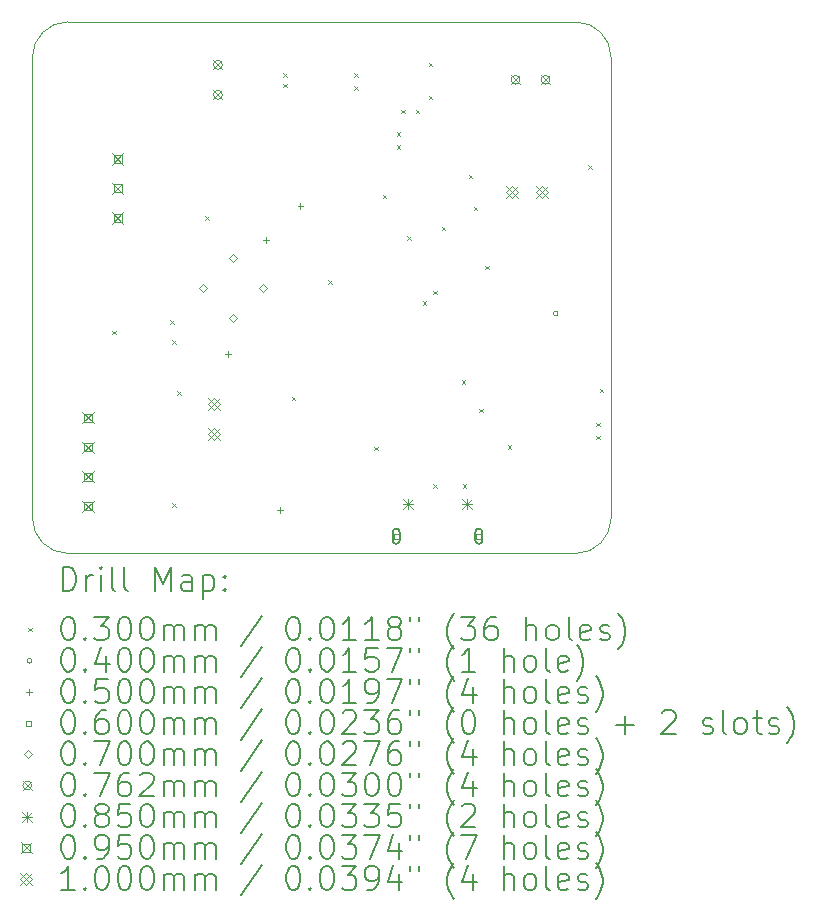
<source format=gbr>
%TF.GenerationSoftware,KiCad,Pcbnew,7.0.8*%
%TF.CreationDate,2023-12-02T17:36:30-07:00*%
%TF.ProjectId,sdm24wheel,73646d32-3477-4686-9565-6c2e6b696361,v1*%
%TF.SameCoordinates,Original*%
%TF.FileFunction,Drillmap*%
%TF.FilePolarity,Positive*%
%FSLAX45Y45*%
G04 Gerber Fmt 4.5, Leading zero omitted, Abs format (unit mm)*
G04 Created by KiCad (PCBNEW 7.0.8) date 2023-12-02 17:36:30*
%MOMM*%
%LPD*%
G01*
G04 APERTURE LIST*
%ADD10C,0.100000*%
%ADD11C,0.200000*%
%ADD12C,0.030000*%
%ADD13C,0.040000*%
%ADD14C,0.050000*%
%ADD15C,0.060000*%
%ADD16C,0.070000*%
%ADD17C,0.076200*%
%ADD18C,0.085000*%
%ADD19C,0.095000*%
G04 APERTURE END LIST*
D10*
X15400000Y-7100000D02*
X19700000Y-7100000D01*
X19700000Y-11600000D02*
G75*
G03*
X20000000Y-11300000I0J300000D01*
G01*
X15400000Y-7100000D02*
G75*
G03*
X15100000Y-7400000I0J-300000D01*
G01*
X15100000Y-7400000D02*
X15100000Y-11300000D01*
X20000000Y-7400000D02*
G75*
G03*
X19700000Y-7100000I-300000J0D01*
G01*
X15400000Y-11600000D02*
X19700000Y-11600000D01*
X15100000Y-11300000D02*
G75*
G03*
X15400000Y-11600000I300000J0D01*
G01*
X20000000Y-11300000D02*
X20000000Y-7400000D01*
D11*
D12*
X15775000Y-9715000D02*
X15805000Y-9745000D01*
X15805000Y-9715000D02*
X15775000Y-9745000D01*
X16265000Y-9625000D02*
X16295000Y-9655000D01*
X16295000Y-9625000D02*
X16265000Y-9655000D01*
X16285000Y-9795000D02*
X16315000Y-9825000D01*
X16315000Y-9795000D02*
X16285000Y-9825000D01*
X16285000Y-11175000D02*
X16315000Y-11205000D01*
X16315000Y-11175000D02*
X16285000Y-11205000D01*
X16325000Y-10225000D02*
X16355000Y-10255000D01*
X16355000Y-10225000D02*
X16325000Y-10255000D01*
X16565000Y-8745000D02*
X16595000Y-8775000D01*
X16595000Y-8745000D02*
X16565000Y-8775000D01*
X17225000Y-7535000D02*
X17255000Y-7565000D01*
X17255000Y-7535000D02*
X17225000Y-7565000D01*
X17225000Y-7625000D02*
X17255000Y-7655000D01*
X17255000Y-7625000D02*
X17225000Y-7655000D01*
X17295000Y-10275000D02*
X17325000Y-10305000D01*
X17325000Y-10275000D02*
X17295000Y-10305000D01*
X17605000Y-9285000D02*
X17635000Y-9315000D01*
X17635000Y-9285000D02*
X17605000Y-9315000D01*
X17825000Y-7535000D02*
X17855000Y-7565000D01*
X17855000Y-7535000D02*
X17825000Y-7565000D01*
X17825000Y-7645000D02*
X17855000Y-7675000D01*
X17855000Y-7645000D02*
X17825000Y-7675000D01*
X17995000Y-10695000D02*
X18025000Y-10725000D01*
X18025000Y-10695000D02*
X17995000Y-10725000D01*
X18065000Y-8565000D02*
X18095000Y-8595000D01*
X18095000Y-8565000D02*
X18065000Y-8595000D01*
X18185000Y-8035000D02*
X18215000Y-8065000D01*
X18215000Y-8035000D02*
X18185000Y-8065000D01*
X18185000Y-8145000D02*
X18215000Y-8175000D01*
X18215000Y-8145000D02*
X18185000Y-8175000D01*
X18225000Y-7845000D02*
X18255000Y-7875000D01*
X18255000Y-7845000D02*
X18225000Y-7875000D01*
X18275000Y-8915000D02*
X18305000Y-8945000D01*
X18305000Y-8915000D02*
X18275000Y-8945000D01*
X18345000Y-7845000D02*
X18375000Y-7875000D01*
X18375000Y-7845000D02*
X18345000Y-7875000D01*
X18405000Y-9465000D02*
X18435000Y-9495000D01*
X18435000Y-9465000D02*
X18405000Y-9495000D01*
X18455000Y-7445000D02*
X18485000Y-7475000D01*
X18485000Y-7445000D02*
X18455000Y-7475000D01*
X18455000Y-7725000D02*
X18485000Y-7755000D01*
X18485000Y-7725000D02*
X18455000Y-7755000D01*
X18495000Y-9375000D02*
X18525000Y-9405000D01*
X18525000Y-9375000D02*
X18495000Y-9405000D01*
X18495538Y-11015538D02*
X18525538Y-11045538D01*
X18525538Y-11015538D02*
X18495538Y-11045538D01*
X18565000Y-8835000D02*
X18595000Y-8865000D01*
X18595000Y-8835000D02*
X18565000Y-8865000D01*
X18735000Y-10135000D02*
X18765000Y-10165000D01*
X18765000Y-10135000D02*
X18735000Y-10165000D01*
X18745000Y-11015000D02*
X18775000Y-11045000D01*
X18775000Y-11015000D02*
X18745000Y-11045000D01*
X18795000Y-8395000D02*
X18825000Y-8425000D01*
X18825000Y-8395000D02*
X18795000Y-8425000D01*
X18835000Y-8665000D02*
X18865000Y-8695000D01*
X18865000Y-8665000D02*
X18835000Y-8695000D01*
X18885000Y-10375000D02*
X18915000Y-10405000D01*
X18915000Y-10375000D02*
X18885000Y-10405000D01*
X18935000Y-9165000D02*
X18965000Y-9195000D01*
X18965000Y-9165000D02*
X18935000Y-9195000D01*
X19125000Y-10685000D02*
X19155000Y-10715000D01*
X19155000Y-10685000D02*
X19125000Y-10715000D01*
X19805000Y-8315000D02*
X19835000Y-8345000D01*
X19835000Y-8315000D02*
X19805000Y-8345000D01*
X19875000Y-10495000D02*
X19905000Y-10525000D01*
X19905000Y-10495000D02*
X19875000Y-10525000D01*
X19875000Y-10605000D02*
X19905000Y-10635000D01*
X19905000Y-10605000D02*
X19875000Y-10635000D01*
X19905000Y-10205000D02*
X19935000Y-10235000D01*
X19935000Y-10205000D02*
X19905000Y-10235000D01*
D13*
X19550000Y-9570000D02*
G75*
G03*
X19550000Y-9570000I-20000J0D01*
G01*
D14*
X16760000Y-9885000D02*
X16760000Y-9935000D01*
X16735000Y-9910000D02*
X16785000Y-9910000D01*
X17080000Y-8925000D02*
X17080000Y-8975000D01*
X17055000Y-8950000D02*
X17105000Y-8950000D01*
X17200000Y-11205000D02*
X17200000Y-11255000D01*
X17175000Y-11230000D02*
X17225000Y-11230000D01*
X17370000Y-8635000D02*
X17370000Y-8685000D01*
X17345000Y-8660000D02*
X17395000Y-8660000D01*
D15*
X18201213Y-11476213D02*
X18201213Y-11433787D01*
X18158787Y-11433787D01*
X18158787Y-11476213D01*
X18201213Y-11476213D01*
D11*
X18210000Y-11490000D02*
X18210000Y-11420000D01*
X18210000Y-11420000D02*
G75*
G03*
X18150000Y-11420000I-30000J0D01*
G01*
X18150000Y-11420000D02*
X18150000Y-11490000D01*
X18150000Y-11490000D02*
G75*
G03*
X18210000Y-11490000I30000J0D01*
G01*
D15*
X18901213Y-11476213D02*
X18901213Y-11433787D01*
X18858787Y-11433787D01*
X18858787Y-11476213D01*
X18901213Y-11476213D01*
D11*
X18850000Y-11420000D02*
X18850000Y-11490000D01*
X18850000Y-11490000D02*
G75*
G03*
X18910000Y-11490000I30000J0D01*
G01*
X18910000Y-11490000D02*
X18910000Y-11420000D01*
X18910000Y-11420000D02*
G75*
G03*
X18850000Y-11420000I-30000J0D01*
G01*
D16*
X16546000Y-9385000D02*
X16581000Y-9350000D01*
X16546000Y-9315000D01*
X16511000Y-9350000D01*
X16546000Y-9385000D01*
X16800000Y-9131000D02*
X16835000Y-9096000D01*
X16800000Y-9061000D01*
X16765000Y-9096000D01*
X16800000Y-9131000D01*
X16800000Y-9639000D02*
X16835000Y-9604000D01*
X16800000Y-9569000D01*
X16765000Y-9604000D01*
X16800000Y-9639000D01*
X17054000Y-9385000D02*
X17089000Y-9350000D01*
X17054000Y-9315000D01*
X17019000Y-9350000D01*
X17054000Y-9385000D01*
D17*
X16631900Y-7424900D02*
X16708100Y-7501100D01*
X16708100Y-7424900D02*
X16631900Y-7501100D01*
X16708100Y-7463000D02*
G75*
G03*
X16708100Y-7463000I-38100J0D01*
G01*
X16631900Y-7678900D02*
X16708100Y-7755100D01*
X16708100Y-7678900D02*
X16631900Y-7755100D01*
X16708100Y-7717000D02*
G75*
G03*
X16708100Y-7717000I-38100J0D01*
G01*
X19151900Y-7551900D02*
X19228100Y-7628100D01*
X19228100Y-7551900D02*
X19151900Y-7628100D01*
X19228100Y-7590000D02*
G75*
G03*
X19228100Y-7590000I-38100J0D01*
G01*
X19405900Y-7551900D02*
X19482100Y-7628100D01*
X19482100Y-7551900D02*
X19405900Y-7628100D01*
X19482100Y-7590000D02*
G75*
G03*
X19482100Y-7590000I-38100J0D01*
G01*
D18*
X18237500Y-11142500D02*
X18322500Y-11227500D01*
X18322500Y-11142500D02*
X18237500Y-11227500D01*
X18280000Y-11142500D02*
X18280000Y-11227500D01*
X18237500Y-11185000D02*
X18322500Y-11185000D01*
X18737500Y-11142500D02*
X18822500Y-11227500D01*
X18822500Y-11142500D02*
X18737500Y-11227500D01*
X18780000Y-11142500D02*
X18780000Y-11227500D01*
X18737500Y-11185000D02*
X18822500Y-11185000D01*
D19*
X15522500Y-10402500D02*
X15617500Y-10497500D01*
X15617500Y-10402500D02*
X15522500Y-10497500D01*
X15603588Y-10483588D02*
X15603588Y-10416412D01*
X15536412Y-10416412D01*
X15536412Y-10483588D01*
X15603588Y-10483588D01*
X15522500Y-10652500D02*
X15617500Y-10747500D01*
X15617500Y-10652500D02*
X15522500Y-10747500D01*
X15603588Y-10733588D02*
X15603588Y-10666412D01*
X15536412Y-10666412D01*
X15536412Y-10733588D01*
X15603588Y-10733588D01*
X15522500Y-10902500D02*
X15617500Y-10997500D01*
X15617500Y-10902500D02*
X15522500Y-10997500D01*
X15603588Y-10983588D02*
X15603588Y-10916412D01*
X15536412Y-10916412D01*
X15536412Y-10983588D01*
X15603588Y-10983588D01*
X15522500Y-11152500D02*
X15617500Y-11247500D01*
X15617500Y-11152500D02*
X15522500Y-11247500D01*
X15603588Y-11233588D02*
X15603588Y-11166412D01*
X15536412Y-11166412D01*
X15536412Y-11233588D01*
X15603588Y-11233588D01*
X15775000Y-8212500D02*
X15870000Y-8307500D01*
X15870000Y-8212500D02*
X15775000Y-8307500D01*
X15856088Y-8293588D02*
X15856088Y-8226412D01*
X15788912Y-8226412D01*
X15788912Y-8293588D01*
X15856088Y-8293588D01*
X15775000Y-8462500D02*
X15870000Y-8557500D01*
X15870000Y-8462500D02*
X15775000Y-8557500D01*
X15856088Y-8543588D02*
X15856088Y-8476412D01*
X15788912Y-8476412D01*
X15788912Y-8543588D01*
X15856088Y-8543588D01*
X15775000Y-8712500D02*
X15870000Y-8807500D01*
X15870000Y-8712500D02*
X15775000Y-8807500D01*
X15856088Y-8793588D02*
X15856088Y-8726412D01*
X15788912Y-8726412D01*
X15788912Y-8793588D01*
X15856088Y-8793588D01*
D10*
X16590000Y-10286000D02*
X16690000Y-10386000D01*
X16690000Y-10286000D02*
X16590000Y-10386000D01*
X16640000Y-10386000D02*
X16690000Y-10336000D01*
X16640000Y-10286000D01*
X16590000Y-10336000D01*
X16640000Y-10386000D01*
X16590000Y-10540000D02*
X16690000Y-10640000D01*
X16690000Y-10540000D02*
X16590000Y-10640000D01*
X16640000Y-10640000D02*
X16690000Y-10590000D01*
X16640000Y-10540000D01*
X16590000Y-10590000D01*
X16640000Y-10640000D01*
X19113500Y-8490000D02*
X19213500Y-8590000D01*
X19213500Y-8490000D02*
X19113500Y-8590000D01*
X19163500Y-8590000D02*
X19213500Y-8540000D01*
X19163500Y-8490000D01*
X19113500Y-8540000D01*
X19163500Y-8590000D01*
X19367500Y-8490000D02*
X19467500Y-8590000D01*
X19467500Y-8490000D02*
X19367500Y-8590000D01*
X19417500Y-8590000D02*
X19467500Y-8540000D01*
X19417500Y-8490000D01*
X19367500Y-8540000D01*
X19417500Y-8590000D01*
D11*
X15355777Y-11916484D02*
X15355777Y-11716484D01*
X15355777Y-11716484D02*
X15403396Y-11716484D01*
X15403396Y-11716484D02*
X15431967Y-11726008D01*
X15431967Y-11726008D02*
X15451015Y-11745055D01*
X15451015Y-11745055D02*
X15460539Y-11764103D01*
X15460539Y-11764103D02*
X15470062Y-11802198D01*
X15470062Y-11802198D02*
X15470062Y-11830769D01*
X15470062Y-11830769D02*
X15460539Y-11868865D01*
X15460539Y-11868865D02*
X15451015Y-11887912D01*
X15451015Y-11887912D02*
X15431967Y-11906960D01*
X15431967Y-11906960D02*
X15403396Y-11916484D01*
X15403396Y-11916484D02*
X15355777Y-11916484D01*
X15555777Y-11916484D02*
X15555777Y-11783150D01*
X15555777Y-11821246D02*
X15565301Y-11802198D01*
X15565301Y-11802198D02*
X15574824Y-11792674D01*
X15574824Y-11792674D02*
X15593872Y-11783150D01*
X15593872Y-11783150D02*
X15612920Y-11783150D01*
X15679586Y-11916484D02*
X15679586Y-11783150D01*
X15679586Y-11716484D02*
X15670062Y-11726008D01*
X15670062Y-11726008D02*
X15679586Y-11735531D01*
X15679586Y-11735531D02*
X15689110Y-11726008D01*
X15689110Y-11726008D02*
X15679586Y-11716484D01*
X15679586Y-11716484D02*
X15679586Y-11735531D01*
X15803396Y-11916484D02*
X15784348Y-11906960D01*
X15784348Y-11906960D02*
X15774824Y-11887912D01*
X15774824Y-11887912D02*
X15774824Y-11716484D01*
X15908158Y-11916484D02*
X15889110Y-11906960D01*
X15889110Y-11906960D02*
X15879586Y-11887912D01*
X15879586Y-11887912D02*
X15879586Y-11716484D01*
X16136729Y-11916484D02*
X16136729Y-11716484D01*
X16136729Y-11716484D02*
X16203396Y-11859341D01*
X16203396Y-11859341D02*
X16270062Y-11716484D01*
X16270062Y-11716484D02*
X16270062Y-11916484D01*
X16451015Y-11916484D02*
X16451015Y-11811722D01*
X16451015Y-11811722D02*
X16441491Y-11792674D01*
X16441491Y-11792674D02*
X16422443Y-11783150D01*
X16422443Y-11783150D02*
X16384348Y-11783150D01*
X16384348Y-11783150D02*
X16365301Y-11792674D01*
X16451015Y-11906960D02*
X16431967Y-11916484D01*
X16431967Y-11916484D02*
X16384348Y-11916484D01*
X16384348Y-11916484D02*
X16365301Y-11906960D01*
X16365301Y-11906960D02*
X16355777Y-11887912D01*
X16355777Y-11887912D02*
X16355777Y-11868865D01*
X16355777Y-11868865D02*
X16365301Y-11849817D01*
X16365301Y-11849817D02*
X16384348Y-11840293D01*
X16384348Y-11840293D02*
X16431967Y-11840293D01*
X16431967Y-11840293D02*
X16451015Y-11830769D01*
X16546253Y-11783150D02*
X16546253Y-11983150D01*
X16546253Y-11792674D02*
X16565301Y-11783150D01*
X16565301Y-11783150D02*
X16603396Y-11783150D01*
X16603396Y-11783150D02*
X16622443Y-11792674D01*
X16622443Y-11792674D02*
X16631967Y-11802198D01*
X16631967Y-11802198D02*
X16641491Y-11821246D01*
X16641491Y-11821246D02*
X16641491Y-11878388D01*
X16641491Y-11878388D02*
X16631967Y-11897436D01*
X16631967Y-11897436D02*
X16622443Y-11906960D01*
X16622443Y-11906960D02*
X16603396Y-11916484D01*
X16603396Y-11916484D02*
X16565301Y-11916484D01*
X16565301Y-11916484D02*
X16546253Y-11906960D01*
X16727205Y-11897436D02*
X16736729Y-11906960D01*
X16736729Y-11906960D02*
X16727205Y-11916484D01*
X16727205Y-11916484D02*
X16717682Y-11906960D01*
X16717682Y-11906960D02*
X16727205Y-11897436D01*
X16727205Y-11897436D02*
X16727205Y-11916484D01*
X16727205Y-11792674D02*
X16736729Y-11802198D01*
X16736729Y-11802198D02*
X16727205Y-11811722D01*
X16727205Y-11811722D02*
X16717682Y-11802198D01*
X16717682Y-11802198D02*
X16727205Y-11792674D01*
X16727205Y-11792674D02*
X16727205Y-11811722D01*
D12*
X15065000Y-12230000D02*
X15095000Y-12260000D01*
X15095000Y-12230000D02*
X15065000Y-12260000D01*
D11*
X15393872Y-12136484D02*
X15412920Y-12136484D01*
X15412920Y-12136484D02*
X15431967Y-12146008D01*
X15431967Y-12146008D02*
X15441491Y-12155531D01*
X15441491Y-12155531D02*
X15451015Y-12174579D01*
X15451015Y-12174579D02*
X15460539Y-12212674D01*
X15460539Y-12212674D02*
X15460539Y-12260293D01*
X15460539Y-12260293D02*
X15451015Y-12298388D01*
X15451015Y-12298388D02*
X15441491Y-12317436D01*
X15441491Y-12317436D02*
X15431967Y-12326960D01*
X15431967Y-12326960D02*
X15412920Y-12336484D01*
X15412920Y-12336484D02*
X15393872Y-12336484D01*
X15393872Y-12336484D02*
X15374824Y-12326960D01*
X15374824Y-12326960D02*
X15365301Y-12317436D01*
X15365301Y-12317436D02*
X15355777Y-12298388D01*
X15355777Y-12298388D02*
X15346253Y-12260293D01*
X15346253Y-12260293D02*
X15346253Y-12212674D01*
X15346253Y-12212674D02*
X15355777Y-12174579D01*
X15355777Y-12174579D02*
X15365301Y-12155531D01*
X15365301Y-12155531D02*
X15374824Y-12146008D01*
X15374824Y-12146008D02*
X15393872Y-12136484D01*
X15546253Y-12317436D02*
X15555777Y-12326960D01*
X15555777Y-12326960D02*
X15546253Y-12336484D01*
X15546253Y-12336484D02*
X15536729Y-12326960D01*
X15536729Y-12326960D02*
X15546253Y-12317436D01*
X15546253Y-12317436D02*
X15546253Y-12336484D01*
X15622443Y-12136484D02*
X15746253Y-12136484D01*
X15746253Y-12136484D02*
X15679586Y-12212674D01*
X15679586Y-12212674D02*
X15708158Y-12212674D01*
X15708158Y-12212674D02*
X15727205Y-12222198D01*
X15727205Y-12222198D02*
X15736729Y-12231722D01*
X15736729Y-12231722D02*
X15746253Y-12250769D01*
X15746253Y-12250769D02*
X15746253Y-12298388D01*
X15746253Y-12298388D02*
X15736729Y-12317436D01*
X15736729Y-12317436D02*
X15727205Y-12326960D01*
X15727205Y-12326960D02*
X15708158Y-12336484D01*
X15708158Y-12336484D02*
X15651015Y-12336484D01*
X15651015Y-12336484D02*
X15631967Y-12326960D01*
X15631967Y-12326960D02*
X15622443Y-12317436D01*
X15870062Y-12136484D02*
X15889110Y-12136484D01*
X15889110Y-12136484D02*
X15908158Y-12146008D01*
X15908158Y-12146008D02*
X15917682Y-12155531D01*
X15917682Y-12155531D02*
X15927205Y-12174579D01*
X15927205Y-12174579D02*
X15936729Y-12212674D01*
X15936729Y-12212674D02*
X15936729Y-12260293D01*
X15936729Y-12260293D02*
X15927205Y-12298388D01*
X15927205Y-12298388D02*
X15917682Y-12317436D01*
X15917682Y-12317436D02*
X15908158Y-12326960D01*
X15908158Y-12326960D02*
X15889110Y-12336484D01*
X15889110Y-12336484D02*
X15870062Y-12336484D01*
X15870062Y-12336484D02*
X15851015Y-12326960D01*
X15851015Y-12326960D02*
X15841491Y-12317436D01*
X15841491Y-12317436D02*
X15831967Y-12298388D01*
X15831967Y-12298388D02*
X15822443Y-12260293D01*
X15822443Y-12260293D02*
X15822443Y-12212674D01*
X15822443Y-12212674D02*
X15831967Y-12174579D01*
X15831967Y-12174579D02*
X15841491Y-12155531D01*
X15841491Y-12155531D02*
X15851015Y-12146008D01*
X15851015Y-12146008D02*
X15870062Y-12136484D01*
X16060539Y-12136484D02*
X16079586Y-12136484D01*
X16079586Y-12136484D02*
X16098634Y-12146008D01*
X16098634Y-12146008D02*
X16108158Y-12155531D01*
X16108158Y-12155531D02*
X16117682Y-12174579D01*
X16117682Y-12174579D02*
X16127205Y-12212674D01*
X16127205Y-12212674D02*
X16127205Y-12260293D01*
X16127205Y-12260293D02*
X16117682Y-12298388D01*
X16117682Y-12298388D02*
X16108158Y-12317436D01*
X16108158Y-12317436D02*
X16098634Y-12326960D01*
X16098634Y-12326960D02*
X16079586Y-12336484D01*
X16079586Y-12336484D02*
X16060539Y-12336484D01*
X16060539Y-12336484D02*
X16041491Y-12326960D01*
X16041491Y-12326960D02*
X16031967Y-12317436D01*
X16031967Y-12317436D02*
X16022443Y-12298388D01*
X16022443Y-12298388D02*
X16012920Y-12260293D01*
X16012920Y-12260293D02*
X16012920Y-12212674D01*
X16012920Y-12212674D02*
X16022443Y-12174579D01*
X16022443Y-12174579D02*
X16031967Y-12155531D01*
X16031967Y-12155531D02*
X16041491Y-12146008D01*
X16041491Y-12146008D02*
X16060539Y-12136484D01*
X16212920Y-12336484D02*
X16212920Y-12203150D01*
X16212920Y-12222198D02*
X16222443Y-12212674D01*
X16222443Y-12212674D02*
X16241491Y-12203150D01*
X16241491Y-12203150D02*
X16270063Y-12203150D01*
X16270063Y-12203150D02*
X16289110Y-12212674D01*
X16289110Y-12212674D02*
X16298634Y-12231722D01*
X16298634Y-12231722D02*
X16298634Y-12336484D01*
X16298634Y-12231722D02*
X16308158Y-12212674D01*
X16308158Y-12212674D02*
X16327205Y-12203150D01*
X16327205Y-12203150D02*
X16355777Y-12203150D01*
X16355777Y-12203150D02*
X16374824Y-12212674D01*
X16374824Y-12212674D02*
X16384348Y-12231722D01*
X16384348Y-12231722D02*
X16384348Y-12336484D01*
X16479586Y-12336484D02*
X16479586Y-12203150D01*
X16479586Y-12222198D02*
X16489110Y-12212674D01*
X16489110Y-12212674D02*
X16508158Y-12203150D01*
X16508158Y-12203150D02*
X16536729Y-12203150D01*
X16536729Y-12203150D02*
X16555777Y-12212674D01*
X16555777Y-12212674D02*
X16565301Y-12231722D01*
X16565301Y-12231722D02*
X16565301Y-12336484D01*
X16565301Y-12231722D02*
X16574824Y-12212674D01*
X16574824Y-12212674D02*
X16593872Y-12203150D01*
X16593872Y-12203150D02*
X16622443Y-12203150D01*
X16622443Y-12203150D02*
X16641491Y-12212674D01*
X16641491Y-12212674D02*
X16651015Y-12231722D01*
X16651015Y-12231722D02*
X16651015Y-12336484D01*
X17041491Y-12126960D02*
X16870063Y-12384103D01*
X17298634Y-12136484D02*
X17317682Y-12136484D01*
X17317682Y-12136484D02*
X17336729Y-12146008D01*
X17336729Y-12146008D02*
X17346253Y-12155531D01*
X17346253Y-12155531D02*
X17355777Y-12174579D01*
X17355777Y-12174579D02*
X17365301Y-12212674D01*
X17365301Y-12212674D02*
X17365301Y-12260293D01*
X17365301Y-12260293D02*
X17355777Y-12298388D01*
X17355777Y-12298388D02*
X17346253Y-12317436D01*
X17346253Y-12317436D02*
X17336729Y-12326960D01*
X17336729Y-12326960D02*
X17317682Y-12336484D01*
X17317682Y-12336484D02*
X17298634Y-12336484D01*
X17298634Y-12336484D02*
X17279587Y-12326960D01*
X17279587Y-12326960D02*
X17270063Y-12317436D01*
X17270063Y-12317436D02*
X17260539Y-12298388D01*
X17260539Y-12298388D02*
X17251015Y-12260293D01*
X17251015Y-12260293D02*
X17251015Y-12212674D01*
X17251015Y-12212674D02*
X17260539Y-12174579D01*
X17260539Y-12174579D02*
X17270063Y-12155531D01*
X17270063Y-12155531D02*
X17279587Y-12146008D01*
X17279587Y-12146008D02*
X17298634Y-12136484D01*
X17451015Y-12317436D02*
X17460539Y-12326960D01*
X17460539Y-12326960D02*
X17451015Y-12336484D01*
X17451015Y-12336484D02*
X17441491Y-12326960D01*
X17441491Y-12326960D02*
X17451015Y-12317436D01*
X17451015Y-12317436D02*
X17451015Y-12336484D01*
X17584348Y-12136484D02*
X17603396Y-12136484D01*
X17603396Y-12136484D02*
X17622444Y-12146008D01*
X17622444Y-12146008D02*
X17631968Y-12155531D01*
X17631968Y-12155531D02*
X17641491Y-12174579D01*
X17641491Y-12174579D02*
X17651015Y-12212674D01*
X17651015Y-12212674D02*
X17651015Y-12260293D01*
X17651015Y-12260293D02*
X17641491Y-12298388D01*
X17641491Y-12298388D02*
X17631968Y-12317436D01*
X17631968Y-12317436D02*
X17622444Y-12326960D01*
X17622444Y-12326960D02*
X17603396Y-12336484D01*
X17603396Y-12336484D02*
X17584348Y-12336484D01*
X17584348Y-12336484D02*
X17565301Y-12326960D01*
X17565301Y-12326960D02*
X17555777Y-12317436D01*
X17555777Y-12317436D02*
X17546253Y-12298388D01*
X17546253Y-12298388D02*
X17536729Y-12260293D01*
X17536729Y-12260293D02*
X17536729Y-12212674D01*
X17536729Y-12212674D02*
X17546253Y-12174579D01*
X17546253Y-12174579D02*
X17555777Y-12155531D01*
X17555777Y-12155531D02*
X17565301Y-12146008D01*
X17565301Y-12146008D02*
X17584348Y-12136484D01*
X17841491Y-12336484D02*
X17727206Y-12336484D01*
X17784348Y-12336484D02*
X17784348Y-12136484D01*
X17784348Y-12136484D02*
X17765301Y-12165055D01*
X17765301Y-12165055D02*
X17746253Y-12184103D01*
X17746253Y-12184103D02*
X17727206Y-12193627D01*
X18031968Y-12336484D02*
X17917682Y-12336484D01*
X17974825Y-12336484D02*
X17974825Y-12136484D01*
X17974825Y-12136484D02*
X17955777Y-12165055D01*
X17955777Y-12165055D02*
X17936729Y-12184103D01*
X17936729Y-12184103D02*
X17917682Y-12193627D01*
X18146253Y-12222198D02*
X18127206Y-12212674D01*
X18127206Y-12212674D02*
X18117682Y-12203150D01*
X18117682Y-12203150D02*
X18108158Y-12184103D01*
X18108158Y-12184103D02*
X18108158Y-12174579D01*
X18108158Y-12174579D02*
X18117682Y-12155531D01*
X18117682Y-12155531D02*
X18127206Y-12146008D01*
X18127206Y-12146008D02*
X18146253Y-12136484D01*
X18146253Y-12136484D02*
X18184349Y-12136484D01*
X18184349Y-12136484D02*
X18203396Y-12146008D01*
X18203396Y-12146008D02*
X18212920Y-12155531D01*
X18212920Y-12155531D02*
X18222444Y-12174579D01*
X18222444Y-12174579D02*
X18222444Y-12184103D01*
X18222444Y-12184103D02*
X18212920Y-12203150D01*
X18212920Y-12203150D02*
X18203396Y-12212674D01*
X18203396Y-12212674D02*
X18184349Y-12222198D01*
X18184349Y-12222198D02*
X18146253Y-12222198D01*
X18146253Y-12222198D02*
X18127206Y-12231722D01*
X18127206Y-12231722D02*
X18117682Y-12241246D01*
X18117682Y-12241246D02*
X18108158Y-12260293D01*
X18108158Y-12260293D02*
X18108158Y-12298388D01*
X18108158Y-12298388D02*
X18117682Y-12317436D01*
X18117682Y-12317436D02*
X18127206Y-12326960D01*
X18127206Y-12326960D02*
X18146253Y-12336484D01*
X18146253Y-12336484D02*
X18184349Y-12336484D01*
X18184349Y-12336484D02*
X18203396Y-12326960D01*
X18203396Y-12326960D02*
X18212920Y-12317436D01*
X18212920Y-12317436D02*
X18222444Y-12298388D01*
X18222444Y-12298388D02*
X18222444Y-12260293D01*
X18222444Y-12260293D02*
X18212920Y-12241246D01*
X18212920Y-12241246D02*
X18203396Y-12231722D01*
X18203396Y-12231722D02*
X18184349Y-12222198D01*
X18298634Y-12136484D02*
X18298634Y-12174579D01*
X18374825Y-12136484D02*
X18374825Y-12174579D01*
X18670063Y-12412674D02*
X18660539Y-12403150D01*
X18660539Y-12403150D02*
X18641491Y-12374579D01*
X18641491Y-12374579D02*
X18631968Y-12355531D01*
X18631968Y-12355531D02*
X18622444Y-12326960D01*
X18622444Y-12326960D02*
X18612920Y-12279341D01*
X18612920Y-12279341D02*
X18612920Y-12241246D01*
X18612920Y-12241246D02*
X18622444Y-12193627D01*
X18622444Y-12193627D02*
X18631968Y-12165055D01*
X18631968Y-12165055D02*
X18641491Y-12146008D01*
X18641491Y-12146008D02*
X18660539Y-12117436D01*
X18660539Y-12117436D02*
X18670063Y-12107912D01*
X18727206Y-12136484D02*
X18851015Y-12136484D01*
X18851015Y-12136484D02*
X18784349Y-12212674D01*
X18784349Y-12212674D02*
X18812920Y-12212674D01*
X18812920Y-12212674D02*
X18831968Y-12222198D01*
X18831968Y-12222198D02*
X18841491Y-12231722D01*
X18841491Y-12231722D02*
X18851015Y-12250769D01*
X18851015Y-12250769D02*
X18851015Y-12298388D01*
X18851015Y-12298388D02*
X18841491Y-12317436D01*
X18841491Y-12317436D02*
X18831968Y-12326960D01*
X18831968Y-12326960D02*
X18812920Y-12336484D01*
X18812920Y-12336484D02*
X18755777Y-12336484D01*
X18755777Y-12336484D02*
X18736730Y-12326960D01*
X18736730Y-12326960D02*
X18727206Y-12317436D01*
X19022444Y-12136484D02*
X18984349Y-12136484D01*
X18984349Y-12136484D02*
X18965301Y-12146008D01*
X18965301Y-12146008D02*
X18955777Y-12155531D01*
X18955777Y-12155531D02*
X18936730Y-12184103D01*
X18936730Y-12184103D02*
X18927206Y-12222198D01*
X18927206Y-12222198D02*
X18927206Y-12298388D01*
X18927206Y-12298388D02*
X18936730Y-12317436D01*
X18936730Y-12317436D02*
X18946253Y-12326960D01*
X18946253Y-12326960D02*
X18965301Y-12336484D01*
X18965301Y-12336484D02*
X19003396Y-12336484D01*
X19003396Y-12336484D02*
X19022444Y-12326960D01*
X19022444Y-12326960D02*
X19031968Y-12317436D01*
X19031968Y-12317436D02*
X19041491Y-12298388D01*
X19041491Y-12298388D02*
X19041491Y-12250769D01*
X19041491Y-12250769D02*
X19031968Y-12231722D01*
X19031968Y-12231722D02*
X19022444Y-12222198D01*
X19022444Y-12222198D02*
X19003396Y-12212674D01*
X19003396Y-12212674D02*
X18965301Y-12212674D01*
X18965301Y-12212674D02*
X18946253Y-12222198D01*
X18946253Y-12222198D02*
X18936730Y-12231722D01*
X18936730Y-12231722D02*
X18927206Y-12250769D01*
X19279587Y-12336484D02*
X19279587Y-12136484D01*
X19365301Y-12336484D02*
X19365301Y-12231722D01*
X19365301Y-12231722D02*
X19355777Y-12212674D01*
X19355777Y-12212674D02*
X19336730Y-12203150D01*
X19336730Y-12203150D02*
X19308158Y-12203150D01*
X19308158Y-12203150D02*
X19289111Y-12212674D01*
X19289111Y-12212674D02*
X19279587Y-12222198D01*
X19489111Y-12336484D02*
X19470063Y-12326960D01*
X19470063Y-12326960D02*
X19460539Y-12317436D01*
X19460539Y-12317436D02*
X19451015Y-12298388D01*
X19451015Y-12298388D02*
X19451015Y-12241246D01*
X19451015Y-12241246D02*
X19460539Y-12222198D01*
X19460539Y-12222198D02*
X19470063Y-12212674D01*
X19470063Y-12212674D02*
X19489111Y-12203150D01*
X19489111Y-12203150D02*
X19517682Y-12203150D01*
X19517682Y-12203150D02*
X19536730Y-12212674D01*
X19536730Y-12212674D02*
X19546253Y-12222198D01*
X19546253Y-12222198D02*
X19555777Y-12241246D01*
X19555777Y-12241246D02*
X19555777Y-12298388D01*
X19555777Y-12298388D02*
X19546253Y-12317436D01*
X19546253Y-12317436D02*
X19536730Y-12326960D01*
X19536730Y-12326960D02*
X19517682Y-12336484D01*
X19517682Y-12336484D02*
X19489111Y-12336484D01*
X19670063Y-12336484D02*
X19651015Y-12326960D01*
X19651015Y-12326960D02*
X19641492Y-12307912D01*
X19641492Y-12307912D02*
X19641492Y-12136484D01*
X19822444Y-12326960D02*
X19803396Y-12336484D01*
X19803396Y-12336484D02*
X19765301Y-12336484D01*
X19765301Y-12336484D02*
X19746253Y-12326960D01*
X19746253Y-12326960D02*
X19736730Y-12307912D01*
X19736730Y-12307912D02*
X19736730Y-12231722D01*
X19736730Y-12231722D02*
X19746253Y-12212674D01*
X19746253Y-12212674D02*
X19765301Y-12203150D01*
X19765301Y-12203150D02*
X19803396Y-12203150D01*
X19803396Y-12203150D02*
X19822444Y-12212674D01*
X19822444Y-12212674D02*
X19831968Y-12231722D01*
X19831968Y-12231722D02*
X19831968Y-12250769D01*
X19831968Y-12250769D02*
X19736730Y-12269817D01*
X19908158Y-12326960D02*
X19927206Y-12336484D01*
X19927206Y-12336484D02*
X19965301Y-12336484D01*
X19965301Y-12336484D02*
X19984349Y-12326960D01*
X19984349Y-12326960D02*
X19993873Y-12307912D01*
X19993873Y-12307912D02*
X19993873Y-12298388D01*
X19993873Y-12298388D02*
X19984349Y-12279341D01*
X19984349Y-12279341D02*
X19965301Y-12269817D01*
X19965301Y-12269817D02*
X19936730Y-12269817D01*
X19936730Y-12269817D02*
X19917682Y-12260293D01*
X19917682Y-12260293D02*
X19908158Y-12241246D01*
X19908158Y-12241246D02*
X19908158Y-12231722D01*
X19908158Y-12231722D02*
X19917682Y-12212674D01*
X19917682Y-12212674D02*
X19936730Y-12203150D01*
X19936730Y-12203150D02*
X19965301Y-12203150D01*
X19965301Y-12203150D02*
X19984349Y-12212674D01*
X20060539Y-12412674D02*
X20070063Y-12403150D01*
X20070063Y-12403150D02*
X20089111Y-12374579D01*
X20089111Y-12374579D02*
X20098634Y-12355531D01*
X20098634Y-12355531D02*
X20108158Y-12326960D01*
X20108158Y-12326960D02*
X20117682Y-12279341D01*
X20117682Y-12279341D02*
X20117682Y-12241246D01*
X20117682Y-12241246D02*
X20108158Y-12193627D01*
X20108158Y-12193627D02*
X20098634Y-12165055D01*
X20098634Y-12165055D02*
X20089111Y-12146008D01*
X20089111Y-12146008D02*
X20070063Y-12117436D01*
X20070063Y-12117436D02*
X20060539Y-12107912D01*
D13*
X15095000Y-12509000D02*
G75*
G03*
X15095000Y-12509000I-20000J0D01*
G01*
D11*
X15393872Y-12400484D02*
X15412920Y-12400484D01*
X15412920Y-12400484D02*
X15431967Y-12410008D01*
X15431967Y-12410008D02*
X15441491Y-12419531D01*
X15441491Y-12419531D02*
X15451015Y-12438579D01*
X15451015Y-12438579D02*
X15460539Y-12476674D01*
X15460539Y-12476674D02*
X15460539Y-12524293D01*
X15460539Y-12524293D02*
X15451015Y-12562388D01*
X15451015Y-12562388D02*
X15441491Y-12581436D01*
X15441491Y-12581436D02*
X15431967Y-12590960D01*
X15431967Y-12590960D02*
X15412920Y-12600484D01*
X15412920Y-12600484D02*
X15393872Y-12600484D01*
X15393872Y-12600484D02*
X15374824Y-12590960D01*
X15374824Y-12590960D02*
X15365301Y-12581436D01*
X15365301Y-12581436D02*
X15355777Y-12562388D01*
X15355777Y-12562388D02*
X15346253Y-12524293D01*
X15346253Y-12524293D02*
X15346253Y-12476674D01*
X15346253Y-12476674D02*
X15355777Y-12438579D01*
X15355777Y-12438579D02*
X15365301Y-12419531D01*
X15365301Y-12419531D02*
X15374824Y-12410008D01*
X15374824Y-12410008D02*
X15393872Y-12400484D01*
X15546253Y-12581436D02*
X15555777Y-12590960D01*
X15555777Y-12590960D02*
X15546253Y-12600484D01*
X15546253Y-12600484D02*
X15536729Y-12590960D01*
X15536729Y-12590960D02*
X15546253Y-12581436D01*
X15546253Y-12581436D02*
X15546253Y-12600484D01*
X15727205Y-12467150D02*
X15727205Y-12600484D01*
X15679586Y-12390960D02*
X15631967Y-12533817D01*
X15631967Y-12533817D02*
X15755777Y-12533817D01*
X15870062Y-12400484D02*
X15889110Y-12400484D01*
X15889110Y-12400484D02*
X15908158Y-12410008D01*
X15908158Y-12410008D02*
X15917682Y-12419531D01*
X15917682Y-12419531D02*
X15927205Y-12438579D01*
X15927205Y-12438579D02*
X15936729Y-12476674D01*
X15936729Y-12476674D02*
X15936729Y-12524293D01*
X15936729Y-12524293D02*
X15927205Y-12562388D01*
X15927205Y-12562388D02*
X15917682Y-12581436D01*
X15917682Y-12581436D02*
X15908158Y-12590960D01*
X15908158Y-12590960D02*
X15889110Y-12600484D01*
X15889110Y-12600484D02*
X15870062Y-12600484D01*
X15870062Y-12600484D02*
X15851015Y-12590960D01*
X15851015Y-12590960D02*
X15841491Y-12581436D01*
X15841491Y-12581436D02*
X15831967Y-12562388D01*
X15831967Y-12562388D02*
X15822443Y-12524293D01*
X15822443Y-12524293D02*
X15822443Y-12476674D01*
X15822443Y-12476674D02*
X15831967Y-12438579D01*
X15831967Y-12438579D02*
X15841491Y-12419531D01*
X15841491Y-12419531D02*
X15851015Y-12410008D01*
X15851015Y-12410008D02*
X15870062Y-12400484D01*
X16060539Y-12400484D02*
X16079586Y-12400484D01*
X16079586Y-12400484D02*
X16098634Y-12410008D01*
X16098634Y-12410008D02*
X16108158Y-12419531D01*
X16108158Y-12419531D02*
X16117682Y-12438579D01*
X16117682Y-12438579D02*
X16127205Y-12476674D01*
X16127205Y-12476674D02*
X16127205Y-12524293D01*
X16127205Y-12524293D02*
X16117682Y-12562388D01*
X16117682Y-12562388D02*
X16108158Y-12581436D01*
X16108158Y-12581436D02*
X16098634Y-12590960D01*
X16098634Y-12590960D02*
X16079586Y-12600484D01*
X16079586Y-12600484D02*
X16060539Y-12600484D01*
X16060539Y-12600484D02*
X16041491Y-12590960D01*
X16041491Y-12590960D02*
X16031967Y-12581436D01*
X16031967Y-12581436D02*
X16022443Y-12562388D01*
X16022443Y-12562388D02*
X16012920Y-12524293D01*
X16012920Y-12524293D02*
X16012920Y-12476674D01*
X16012920Y-12476674D02*
X16022443Y-12438579D01*
X16022443Y-12438579D02*
X16031967Y-12419531D01*
X16031967Y-12419531D02*
X16041491Y-12410008D01*
X16041491Y-12410008D02*
X16060539Y-12400484D01*
X16212920Y-12600484D02*
X16212920Y-12467150D01*
X16212920Y-12486198D02*
X16222443Y-12476674D01*
X16222443Y-12476674D02*
X16241491Y-12467150D01*
X16241491Y-12467150D02*
X16270063Y-12467150D01*
X16270063Y-12467150D02*
X16289110Y-12476674D01*
X16289110Y-12476674D02*
X16298634Y-12495722D01*
X16298634Y-12495722D02*
X16298634Y-12600484D01*
X16298634Y-12495722D02*
X16308158Y-12476674D01*
X16308158Y-12476674D02*
X16327205Y-12467150D01*
X16327205Y-12467150D02*
X16355777Y-12467150D01*
X16355777Y-12467150D02*
X16374824Y-12476674D01*
X16374824Y-12476674D02*
X16384348Y-12495722D01*
X16384348Y-12495722D02*
X16384348Y-12600484D01*
X16479586Y-12600484D02*
X16479586Y-12467150D01*
X16479586Y-12486198D02*
X16489110Y-12476674D01*
X16489110Y-12476674D02*
X16508158Y-12467150D01*
X16508158Y-12467150D02*
X16536729Y-12467150D01*
X16536729Y-12467150D02*
X16555777Y-12476674D01*
X16555777Y-12476674D02*
X16565301Y-12495722D01*
X16565301Y-12495722D02*
X16565301Y-12600484D01*
X16565301Y-12495722D02*
X16574824Y-12476674D01*
X16574824Y-12476674D02*
X16593872Y-12467150D01*
X16593872Y-12467150D02*
X16622443Y-12467150D01*
X16622443Y-12467150D02*
X16641491Y-12476674D01*
X16641491Y-12476674D02*
X16651015Y-12495722D01*
X16651015Y-12495722D02*
X16651015Y-12600484D01*
X17041491Y-12390960D02*
X16870063Y-12648103D01*
X17298634Y-12400484D02*
X17317682Y-12400484D01*
X17317682Y-12400484D02*
X17336729Y-12410008D01*
X17336729Y-12410008D02*
X17346253Y-12419531D01*
X17346253Y-12419531D02*
X17355777Y-12438579D01*
X17355777Y-12438579D02*
X17365301Y-12476674D01*
X17365301Y-12476674D02*
X17365301Y-12524293D01*
X17365301Y-12524293D02*
X17355777Y-12562388D01*
X17355777Y-12562388D02*
X17346253Y-12581436D01*
X17346253Y-12581436D02*
X17336729Y-12590960D01*
X17336729Y-12590960D02*
X17317682Y-12600484D01*
X17317682Y-12600484D02*
X17298634Y-12600484D01*
X17298634Y-12600484D02*
X17279587Y-12590960D01*
X17279587Y-12590960D02*
X17270063Y-12581436D01*
X17270063Y-12581436D02*
X17260539Y-12562388D01*
X17260539Y-12562388D02*
X17251015Y-12524293D01*
X17251015Y-12524293D02*
X17251015Y-12476674D01*
X17251015Y-12476674D02*
X17260539Y-12438579D01*
X17260539Y-12438579D02*
X17270063Y-12419531D01*
X17270063Y-12419531D02*
X17279587Y-12410008D01*
X17279587Y-12410008D02*
X17298634Y-12400484D01*
X17451015Y-12581436D02*
X17460539Y-12590960D01*
X17460539Y-12590960D02*
X17451015Y-12600484D01*
X17451015Y-12600484D02*
X17441491Y-12590960D01*
X17441491Y-12590960D02*
X17451015Y-12581436D01*
X17451015Y-12581436D02*
X17451015Y-12600484D01*
X17584348Y-12400484D02*
X17603396Y-12400484D01*
X17603396Y-12400484D02*
X17622444Y-12410008D01*
X17622444Y-12410008D02*
X17631968Y-12419531D01*
X17631968Y-12419531D02*
X17641491Y-12438579D01*
X17641491Y-12438579D02*
X17651015Y-12476674D01*
X17651015Y-12476674D02*
X17651015Y-12524293D01*
X17651015Y-12524293D02*
X17641491Y-12562388D01*
X17641491Y-12562388D02*
X17631968Y-12581436D01*
X17631968Y-12581436D02*
X17622444Y-12590960D01*
X17622444Y-12590960D02*
X17603396Y-12600484D01*
X17603396Y-12600484D02*
X17584348Y-12600484D01*
X17584348Y-12600484D02*
X17565301Y-12590960D01*
X17565301Y-12590960D02*
X17555777Y-12581436D01*
X17555777Y-12581436D02*
X17546253Y-12562388D01*
X17546253Y-12562388D02*
X17536729Y-12524293D01*
X17536729Y-12524293D02*
X17536729Y-12476674D01*
X17536729Y-12476674D02*
X17546253Y-12438579D01*
X17546253Y-12438579D02*
X17555777Y-12419531D01*
X17555777Y-12419531D02*
X17565301Y-12410008D01*
X17565301Y-12410008D02*
X17584348Y-12400484D01*
X17841491Y-12600484D02*
X17727206Y-12600484D01*
X17784348Y-12600484D02*
X17784348Y-12400484D01*
X17784348Y-12400484D02*
X17765301Y-12429055D01*
X17765301Y-12429055D02*
X17746253Y-12448103D01*
X17746253Y-12448103D02*
X17727206Y-12457627D01*
X18022444Y-12400484D02*
X17927206Y-12400484D01*
X17927206Y-12400484D02*
X17917682Y-12495722D01*
X17917682Y-12495722D02*
X17927206Y-12486198D01*
X17927206Y-12486198D02*
X17946253Y-12476674D01*
X17946253Y-12476674D02*
X17993872Y-12476674D01*
X17993872Y-12476674D02*
X18012920Y-12486198D01*
X18012920Y-12486198D02*
X18022444Y-12495722D01*
X18022444Y-12495722D02*
X18031968Y-12514769D01*
X18031968Y-12514769D02*
X18031968Y-12562388D01*
X18031968Y-12562388D02*
X18022444Y-12581436D01*
X18022444Y-12581436D02*
X18012920Y-12590960D01*
X18012920Y-12590960D02*
X17993872Y-12600484D01*
X17993872Y-12600484D02*
X17946253Y-12600484D01*
X17946253Y-12600484D02*
X17927206Y-12590960D01*
X17927206Y-12590960D02*
X17917682Y-12581436D01*
X18098634Y-12400484D02*
X18231968Y-12400484D01*
X18231968Y-12400484D02*
X18146253Y-12600484D01*
X18298634Y-12400484D02*
X18298634Y-12438579D01*
X18374825Y-12400484D02*
X18374825Y-12438579D01*
X18670063Y-12676674D02*
X18660539Y-12667150D01*
X18660539Y-12667150D02*
X18641491Y-12638579D01*
X18641491Y-12638579D02*
X18631968Y-12619531D01*
X18631968Y-12619531D02*
X18622444Y-12590960D01*
X18622444Y-12590960D02*
X18612920Y-12543341D01*
X18612920Y-12543341D02*
X18612920Y-12505246D01*
X18612920Y-12505246D02*
X18622444Y-12457627D01*
X18622444Y-12457627D02*
X18631968Y-12429055D01*
X18631968Y-12429055D02*
X18641491Y-12410008D01*
X18641491Y-12410008D02*
X18660539Y-12381436D01*
X18660539Y-12381436D02*
X18670063Y-12371912D01*
X18851015Y-12600484D02*
X18736730Y-12600484D01*
X18793872Y-12600484D02*
X18793872Y-12400484D01*
X18793872Y-12400484D02*
X18774825Y-12429055D01*
X18774825Y-12429055D02*
X18755777Y-12448103D01*
X18755777Y-12448103D02*
X18736730Y-12457627D01*
X19089111Y-12600484D02*
X19089111Y-12400484D01*
X19174825Y-12600484D02*
X19174825Y-12495722D01*
X19174825Y-12495722D02*
X19165301Y-12476674D01*
X19165301Y-12476674D02*
X19146253Y-12467150D01*
X19146253Y-12467150D02*
X19117682Y-12467150D01*
X19117682Y-12467150D02*
X19098634Y-12476674D01*
X19098634Y-12476674D02*
X19089111Y-12486198D01*
X19298634Y-12600484D02*
X19279587Y-12590960D01*
X19279587Y-12590960D02*
X19270063Y-12581436D01*
X19270063Y-12581436D02*
X19260539Y-12562388D01*
X19260539Y-12562388D02*
X19260539Y-12505246D01*
X19260539Y-12505246D02*
X19270063Y-12486198D01*
X19270063Y-12486198D02*
X19279587Y-12476674D01*
X19279587Y-12476674D02*
X19298634Y-12467150D01*
X19298634Y-12467150D02*
X19327206Y-12467150D01*
X19327206Y-12467150D02*
X19346253Y-12476674D01*
X19346253Y-12476674D02*
X19355777Y-12486198D01*
X19355777Y-12486198D02*
X19365301Y-12505246D01*
X19365301Y-12505246D02*
X19365301Y-12562388D01*
X19365301Y-12562388D02*
X19355777Y-12581436D01*
X19355777Y-12581436D02*
X19346253Y-12590960D01*
X19346253Y-12590960D02*
X19327206Y-12600484D01*
X19327206Y-12600484D02*
X19298634Y-12600484D01*
X19479587Y-12600484D02*
X19460539Y-12590960D01*
X19460539Y-12590960D02*
X19451015Y-12571912D01*
X19451015Y-12571912D02*
X19451015Y-12400484D01*
X19631968Y-12590960D02*
X19612920Y-12600484D01*
X19612920Y-12600484D02*
X19574825Y-12600484D01*
X19574825Y-12600484D02*
X19555777Y-12590960D01*
X19555777Y-12590960D02*
X19546253Y-12571912D01*
X19546253Y-12571912D02*
X19546253Y-12495722D01*
X19546253Y-12495722D02*
X19555777Y-12476674D01*
X19555777Y-12476674D02*
X19574825Y-12467150D01*
X19574825Y-12467150D02*
X19612920Y-12467150D01*
X19612920Y-12467150D02*
X19631968Y-12476674D01*
X19631968Y-12476674D02*
X19641492Y-12495722D01*
X19641492Y-12495722D02*
X19641492Y-12514769D01*
X19641492Y-12514769D02*
X19546253Y-12533817D01*
X19708158Y-12676674D02*
X19717682Y-12667150D01*
X19717682Y-12667150D02*
X19736730Y-12638579D01*
X19736730Y-12638579D02*
X19746253Y-12619531D01*
X19746253Y-12619531D02*
X19755777Y-12590960D01*
X19755777Y-12590960D02*
X19765301Y-12543341D01*
X19765301Y-12543341D02*
X19765301Y-12505246D01*
X19765301Y-12505246D02*
X19755777Y-12457627D01*
X19755777Y-12457627D02*
X19746253Y-12429055D01*
X19746253Y-12429055D02*
X19736730Y-12410008D01*
X19736730Y-12410008D02*
X19717682Y-12381436D01*
X19717682Y-12381436D02*
X19708158Y-12371912D01*
D14*
X15070000Y-12748000D02*
X15070000Y-12798000D01*
X15045000Y-12773000D02*
X15095000Y-12773000D01*
D11*
X15393872Y-12664484D02*
X15412920Y-12664484D01*
X15412920Y-12664484D02*
X15431967Y-12674008D01*
X15431967Y-12674008D02*
X15441491Y-12683531D01*
X15441491Y-12683531D02*
X15451015Y-12702579D01*
X15451015Y-12702579D02*
X15460539Y-12740674D01*
X15460539Y-12740674D02*
X15460539Y-12788293D01*
X15460539Y-12788293D02*
X15451015Y-12826388D01*
X15451015Y-12826388D02*
X15441491Y-12845436D01*
X15441491Y-12845436D02*
X15431967Y-12854960D01*
X15431967Y-12854960D02*
X15412920Y-12864484D01*
X15412920Y-12864484D02*
X15393872Y-12864484D01*
X15393872Y-12864484D02*
X15374824Y-12854960D01*
X15374824Y-12854960D02*
X15365301Y-12845436D01*
X15365301Y-12845436D02*
X15355777Y-12826388D01*
X15355777Y-12826388D02*
X15346253Y-12788293D01*
X15346253Y-12788293D02*
X15346253Y-12740674D01*
X15346253Y-12740674D02*
X15355777Y-12702579D01*
X15355777Y-12702579D02*
X15365301Y-12683531D01*
X15365301Y-12683531D02*
X15374824Y-12674008D01*
X15374824Y-12674008D02*
X15393872Y-12664484D01*
X15546253Y-12845436D02*
X15555777Y-12854960D01*
X15555777Y-12854960D02*
X15546253Y-12864484D01*
X15546253Y-12864484D02*
X15536729Y-12854960D01*
X15536729Y-12854960D02*
X15546253Y-12845436D01*
X15546253Y-12845436D02*
X15546253Y-12864484D01*
X15736729Y-12664484D02*
X15641491Y-12664484D01*
X15641491Y-12664484D02*
X15631967Y-12759722D01*
X15631967Y-12759722D02*
X15641491Y-12750198D01*
X15641491Y-12750198D02*
X15660539Y-12740674D01*
X15660539Y-12740674D02*
X15708158Y-12740674D01*
X15708158Y-12740674D02*
X15727205Y-12750198D01*
X15727205Y-12750198D02*
X15736729Y-12759722D01*
X15736729Y-12759722D02*
X15746253Y-12778769D01*
X15746253Y-12778769D02*
X15746253Y-12826388D01*
X15746253Y-12826388D02*
X15736729Y-12845436D01*
X15736729Y-12845436D02*
X15727205Y-12854960D01*
X15727205Y-12854960D02*
X15708158Y-12864484D01*
X15708158Y-12864484D02*
X15660539Y-12864484D01*
X15660539Y-12864484D02*
X15641491Y-12854960D01*
X15641491Y-12854960D02*
X15631967Y-12845436D01*
X15870062Y-12664484D02*
X15889110Y-12664484D01*
X15889110Y-12664484D02*
X15908158Y-12674008D01*
X15908158Y-12674008D02*
X15917682Y-12683531D01*
X15917682Y-12683531D02*
X15927205Y-12702579D01*
X15927205Y-12702579D02*
X15936729Y-12740674D01*
X15936729Y-12740674D02*
X15936729Y-12788293D01*
X15936729Y-12788293D02*
X15927205Y-12826388D01*
X15927205Y-12826388D02*
X15917682Y-12845436D01*
X15917682Y-12845436D02*
X15908158Y-12854960D01*
X15908158Y-12854960D02*
X15889110Y-12864484D01*
X15889110Y-12864484D02*
X15870062Y-12864484D01*
X15870062Y-12864484D02*
X15851015Y-12854960D01*
X15851015Y-12854960D02*
X15841491Y-12845436D01*
X15841491Y-12845436D02*
X15831967Y-12826388D01*
X15831967Y-12826388D02*
X15822443Y-12788293D01*
X15822443Y-12788293D02*
X15822443Y-12740674D01*
X15822443Y-12740674D02*
X15831967Y-12702579D01*
X15831967Y-12702579D02*
X15841491Y-12683531D01*
X15841491Y-12683531D02*
X15851015Y-12674008D01*
X15851015Y-12674008D02*
X15870062Y-12664484D01*
X16060539Y-12664484D02*
X16079586Y-12664484D01*
X16079586Y-12664484D02*
X16098634Y-12674008D01*
X16098634Y-12674008D02*
X16108158Y-12683531D01*
X16108158Y-12683531D02*
X16117682Y-12702579D01*
X16117682Y-12702579D02*
X16127205Y-12740674D01*
X16127205Y-12740674D02*
X16127205Y-12788293D01*
X16127205Y-12788293D02*
X16117682Y-12826388D01*
X16117682Y-12826388D02*
X16108158Y-12845436D01*
X16108158Y-12845436D02*
X16098634Y-12854960D01*
X16098634Y-12854960D02*
X16079586Y-12864484D01*
X16079586Y-12864484D02*
X16060539Y-12864484D01*
X16060539Y-12864484D02*
X16041491Y-12854960D01*
X16041491Y-12854960D02*
X16031967Y-12845436D01*
X16031967Y-12845436D02*
X16022443Y-12826388D01*
X16022443Y-12826388D02*
X16012920Y-12788293D01*
X16012920Y-12788293D02*
X16012920Y-12740674D01*
X16012920Y-12740674D02*
X16022443Y-12702579D01*
X16022443Y-12702579D02*
X16031967Y-12683531D01*
X16031967Y-12683531D02*
X16041491Y-12674008D01*
X16041491Y-12674008D02*
X16060539Y-12664484D01*
X16212920Y-12864484D02*
X16212920Y-12731150D01*
X16212920Y-12750198D02*
X16222443Y-12740674D01*
X16222443Y-12740674D02*
X16241491Y-12731150D01*
X16241491Y-12731150D02*
X16270063Y-12731150D01*
X16270063Y-12731150D02*
X16289110Y-12740674D01*
X16289110Y-12740674D02*
X16298634Y-12759722D01*
X16298634Y-12759722D02*
X16298634Y-12864484D01*
X16298634Y-12759722D02*
X16308158Y-12740674D01*
X16308158Y-12740674D02*
X16327205Y-12731150D01*
X16327205Y-12731150D02*
X16355777Y-12731150D01*
X16355777Y-12731150D02*
X16374824Y-12740674D01*
X16374824Y-12740674D02*
X16384348Y-12759722D01*
X16384348Y-12759722D02*
X16384348Y-12864484D01*
X16479586Y-12864484D02*
X16479586Y-12731150D01*
X16479586Y-12750198D02*
X16489110Y-12740674D01*
X16489110Y-12740674D02*
X16508158Y-12731150D01*
X16508158Y-12731150D02*
X16536729Y-12731150D01*
X16536729Y-12731150D02*
X16555777Y-12740674D01*
X16555777Y-12740674D02*
X16565301Y-12759722D01*
X16565301Y-12759722D02*
X16565301Y-12864484D01*
X16565301Y-12759722D02*
X16574824Y-12740674D01*
X16574824Y-12740674D02*
X16593872Y-12731150D01*
X16593872Y-12731150D02*
X16622443Y-12731150D01*
X16622443Y-12731150D02*
X16641491Y-12740674D01*
X16641491Y-12740674D02*
X16651015Y-12759722D01*
X16651015Y-12759722D02*
X16651015Y-12864484D01*
X17041491Y-12654960D02*
X16870063Y-12912103D01*
X17298634Y-12664484D02*
X17317682Y-12664484D01*
X17317682Y-12664484D02*
X17336729Y-12674008D01*
X17336729Y-12674008D02*
X17346253Y-12683531D01*
X17346253Y-12683531D02*
X17355777Y-12702579D01*
X17355777Y-12702579D02*
X17365301Y-12740674D01*
X17365301Y-12740674D02*
X17365301Y-12788293D01*
X17365301Y-12788293D02*
X17355777Y-12826388D01*
X17355777Y-12826388D02*
X17346253Y-12845436D01*
X17346253Y-12845436D02*
X17336729Y-12854960D01*
X17336729Y-12854960D02*
X17317682Y-12864484D01*
X17317682Y-12864484D02*
X17298634Y-12864484D01*
X17298634Y-12864484D02*
X17279587Y-12854960D01*
X17279587Y-12854960D02*
X17270063Y-12845436D01*
X17270063Y-12845436D02*
X17260539Y-12826388D01*
X17260539Y-12826388D02*
X17251015Y-12788293D01*
X17251015Y-12788293D02*
X17251015Y-12740674D01*
X17251015Y-12740674D02*
X17260539Y-12702579D01*
X17260539Y-12702579D02*
X17270063Y-12683531D01*
X17270063Y-12683531D02*
X17279587Y-12674008D01*
X17279587Y-12674008D02*
X17298634Y-12664484D01*
X17451015Y-12845436D02*
X17460539Y-12854960D01*
X17460539Y-12854960D02*
X17451015Y-12864484D01*
X17451015Y-12864484D02*
X17441491Y-12854960D01*
X17441491Y-12854960D02*
X17451015Y-12845436D01*
X17451015Y-12845436D02*
X17451015Y-12864484D01*
X17584348Y-12664484D02*
X17603396Y-12664484D01*
X17603396Y-12664484D02*
X17622444Y-12674008D01*
X17622444Y-12674008D02*
X17631968Y-12683531D01*
X17631968Y-12683531D02*
X17641491Y-12702579D01*
X17641491Y-12702579D02*
X17651015Y-12740674D01*
X17651015Y-12740674D02*
X17651015Y-12788293D01*
X17651015Y-12788293D02*
X17641491Y-12826388D01*
X17641491Y-12826388D02*
X17631968Y-12845436D01*
X17631968Y-12845436D02*
X17622444Y-12854960D01*
X17622444Y-12854960D02*
X17603396Y-12864484D01*
X17603396Y-12864484D02*
X17584348Y-12864484D01*
X17584348Y-12864484D02*
X17565301Y-12854960D01*
X17565301Y-12854960D02*
X17555777Y-12845436D01*
X17555777Y-12845436D02*
X17546253Y-12826388D01*
X17546253Y-12826388D02*
X17536729Y-12788293D01*
X17536729Y-12788293D02*
X17536729Y-12740674D01*
X17536729Y-12740674D02*
X17546253Y-12702579D01*
X17546253Y-12702579D02*
X17555777Y-12683531D01*
X17555777Y-12683531D02*
X17565301Y-12674008D01*
X17565301Y-12674008D02*
X17584348Y-12664484D01*
X17841491Y-12864484D02*
X17727206Y-12864484D01*
X17784348Y-12864484D02*
X17784348Y-12664484D01*
X17784348Y-12664484D02*
X17765301Y-12693055D01*
X17765301Y-12693055D02*
X17746253Y-12712103D01*
X17746253Y-12712103D02*
X17727206Y-12721627D01*
X17936729Y-12864484D02*
X17974825Y-12864484D01*
X17974825Y-12864484D02*
X17993872Y-12854960D01*
X17993872Y-12854960D02*
X18003396Y-12845436D01*
X18003396Y-12845436D02*
X18022444Y-12816865D01*
X18022444Y-12816865D02*
X18031968Y-12778769D01*
X18031968Y-12778769D02*
X18031968Y-12702579D01*
X18031968Y-12702579D02*
X18022444Y-12683531D01*
X18022444Y-12683531D02*
X18012920Y-12674008D01*
X18012920Y-12674008D02*
X17993872Y-12664484D01*
X17993872Y-12664484D02*
X17955777Y-12664484D01*
X17955777Y-12664484D02*
X17936729Y-12674008D01*
X17936729Y-12674008D02*
X17927206Y-12683531D01*
X17927206Y-12683531D02*
X17917682Y-12702579D01*
X17917682Y-12702579D02*
X17917682Y-12750198D01*
X17917682Y-12750198D02*
X17927206Y-12769246D01*
X17927206Y-12769246D02*
X17936729Y-12778769D01*
X17936729Y-12778769D02*
X17955777Y-12788293D01*
X17955777Y-12788293D02*
X17993872Y-12788293D01*
X17993872Y-12788293D02*
X18012920Y-12778769D01*
X18012920Y-12778769D02*
X18022444Y-12769246D01*
X18022444Y-12769246D02*
X18031968Y-12750198D01*
X18098634Y-12664484D02*
X18231968Y-12664484D01*
X18231968Y-12664484D02*
X18146253Y-12864484D01*
X18298634Y-12664484D02*
X18298634Y-12702579D01*
X18374825Y-12664484D02*
X18374825Y-12702579D01*
X18670063Y-12940674D02*
X18660539Y-12931150D01*
X18660539Y-12931150D02*
X18641491Y-12902579D01*
X18641491Y-12902579D02*
X18631968Y-12883531D01*
X18631968Y-12883531D02*
X18622444Y-12854960D01*
X18622444Y-12854960D02*
X18612920Y-12807341D01*
X18612920Y-12807341D02*
X18612920Y-12769246D01*
X18612920Y-12769246D02*
X18622444Y-12721627D01*
X18622444Y-12721627D02*
X18631968Y-12693055D01*
X18631968Y-12693055D02*
X18641491Y-12674008D01*
X18641491Y-12674008D02*
X18660539Y-12645436D01*
X18660539Y-12645436D02*
X18670063Y-12635912D01*
X18831968Y-12731150D02*
X18831968Y-12864484D01*
X18784349Y-12654960D02*
X18736730Y-12797817D01*
X18736730Y-12797817D02*
X18860539Y-12797817D01*
X19089111Y-12864484D02*
X19089111Y-12664484D01*
X19174825Y-12864484D02*
X19174825Y-12759722D01*
X19174825Y-12759722D02*
X19165301Y-12740674D01*
X19165301Y-12740674D02*
X19146253Y-12731150D01*
X19146253Y-12731150D02*
X19117682Y-12731150D01*
X19117682Y-12731150D02*
X19098634Y-12740674D01*
X19098634Y-12740674D02*
X19089111Y-12750198D01*
X19298634Y-12864484D02*
X19279587Y-12854960D01*
X19279587Y-12854960D02*
X19270063Y-12845436D01*
X19270063Y-12845436D02*
X19260539Y-12826388D01*
X19260539Y-12826388D02*
X19260539Y-12769246D01*
X19260539Y-12769246D02*
X19270063Y-12750198D01*
X19270063Y-12750198D02*
X19279587Y-12740674D01*
X19279587Y-12740674D02*
X19298634Y-12731150D01*
X19298634Y-12731150D02*
X19327206Y-12731150D01*
X19327206Y-12731150D02*
X19346253Y-12740674D01*
X19346253Y-12740674D02*
X19355777Y-12750198D01*
X19355777Y-12750198D02*
X19365301Y-12769246D01*
X19365301Y-12769246D02*
X19365301Y-12826388D01*
X19365301Y-12826388D02*
X19355777Y-12845436D01*
X19355777Y-12845436D02*
X19346253Y-12854960D01*
X19346253Y-12854960D02*
X19327206Y-12864484D01*
X19327206Y-12864484D02*
X19298634Y-12864484D01*
X19479587Y-12864484D02*
X19460539Y-12854960D01*
X19460539Y-12854960D02*
X19451015Y-12835912D01*
X19451015Y-12835912D02*
X19451015Y-12664484D01*
X19631968Y-12854960D02*
X19612920Y-12864484D01*
X19612920Y-12864484D02*
X19574825Y-12864484D01*
X19574825Y-12864484D02*
X19555777Y-12854960D01*
X19555777Y-12854960D02*
X19546253Y-12835912D01*
X19546253Y-12835912D02*
X19546253Y-12759722D01*
X19546253Y-12759722D02*
X19555777Y-12740674D01*
X19555777Y-12740674D02*
X19574825Y-12731150D01*
X19574825Y-12731150D02*
X19612920Y-12731150D01*
X19612920Y-12731150D02*
X19631968Y-12740674D01*
X19631968Y-12740674D02*
X19641492Y-12759722D01*
X19641492Y-12759722D02*
X19641492Y-12778769D01*
X19641492Y-12778769D02*
X19546253Y-12797817D01*
X19717682Y-12854960D02*
X19736730Y-12864484D01*
X19736730Y-12864484D02*
X19774825Y-12864484D01*
X19774825Y-12864484D02*
X19793873Y-12854960D01*
X19793873Y-12854960D02*
X19803396Y-12835912D01*
X19803396Y-12835912D02*
X19803396Y-12826388D01*
X19803396Y-12826388D02*
X19793873Y-12807341D01*
X19793873Y-12807341D02*
X19774825Y-12797817D01*
X19774825Y-12797817D02*
X19746253Y-12797817D01*
X19746253Y-12797817D02*
X19727206Y-12788293D01*
X19727206Y-12788293D02*
X19717682Y-12769246D01*
X19717682Y-12769246D02*
X19717682Y-12759722D01*
X19717682Y-12759722D02*
X19727206Y-12740674D01*
X19727206Y-12740674D02*
X19746253Y-12731150D01*
X19746253Y-12731150D02*
X19774825Y-12731150D01*
X19774825Y-12731150D02*
X19793873Y-12740674D01*
X19870063Y-12940674D02*
X19879587Y-12931150D01*
X19879587Y-12931150D02*
X19898634Y-12902579D01*
X19898634Y-12902579D02*
X19908158Y-12883531D01*
X19908158Y-12883531D02*
X19917682Y-12854960D01*
X19917682Y-12854960D02*
X19927206Y-12807341D01*
X19927206Y-12807341D02*
X19927206Y-12769246D01*
X19927206Y-12769246D02*
X19917682Y-12721627D01*
X19917682Y-12721627D02*
X19908158Y-12693055D01*
X19908158Y-12693055D02*
X19898634Y-12674008D01*
X19898634Y-12674008D02*
X19879587Y-12645436D01*
X19879587Y-12645436D02*
X19870063Y-12635912D01*
D15*
X15086213Y-13058213D02*
X15086213Y-13015787D01*
X15043787Y-13015787D01*
X15043787Y-13058213D01*
X15086213Y-13058213D01*
D11*
X15393872Y-12928484D02*
X15412920Y-12928484D01*
X15412920Y-12928484D02*
X15431967Y-12938008D01*
X15431967Y-12938008D02*
X15441491Y-12947531D01*
X15441491Y-12947531D02*
X15451015Y-12966579D01*
X15451015Y-12966579D02*
X15460539Y-13004674D01*
X15460539Y-13004674D02*
X15460539Y-13052293D01*
X15460539Y-13052293D02*
X15451015Y-13090388D01*
X15451015Y-13090388D02*
X15441491Y-13109436D01*
X15441491Y-13109436D02*
X15431967Y-13118960D01*
X15431967Y-13118960D02*
X15412920Y-13128484D01*
X15412920Y-13128484D02*
X15393872Y-13128484D01*
X15393872Y-13128484D02*
X15374824Y-13118960D01*
X15374824Y-13118960D02*
X15365301Y-13109436D01*
X15365301Y-13109436D02*
X15355777Y-13090388D01*
X15355777Y-13090388D02*
X15346253Y-13052293D01*
X15346253Y-13052293D02*
X15346253Y-13004674D01*
X15346253Y-13004674D02*
X15355777Y-12966579D01*
X15355777Y-12966579D02*
X15365301Y-12947531D01*
X15365301Y-12947531D02*
X15374824Y-12938008D01*
X15374824Y-12938008D02*
X15393872Y-12928484D01*
X15546253Y-13109436D02*
X15555777Y-13118960D01*
X15555777Y-13118960D02*
X15546253Y-13128484D01*
X15546253Y-13128484D02*
X15536729Y-13118960D01*
X15536729Y-13118960D02*
X15546253Y-13109436D01*
X15546253Y-13109436D02*
X15546253Y-13128484D01*
X15727205Y-12928484D02*
X15689110Y-12928484D01*
X15689110Y-12928484D02*
X15670062Y-12938008D01*
X15670062Y-12938008D02*
X15660539Y-12947531D01*
X15660539Y-12947531D02*
X15641491Y-12976103D01*
X15641491Y-12976103D02*
X15631967Y-13014198D01*
X15631967Y-13014198D02*
X15631967Y-13090388D01*
X15631967Y-13090388D02*
X15641491Y-13109436D01*
X15641491Y-13109436D02*
X15651015Y-13118960D01*
X15651015Y-13118960D02*
X15670062Y-13128484D01*
X15670062Y-13128484D02*
X15708158Y-13128484D01*
X15708158Y-13128484D02*
X15727205Y-13118960D01*
X15727205Y-13118960D02*
X15736729Y-13109436D01*
X15736729Y-13109436D02*
X15746253Y-13090388D01*
X15746253Y-13090388D02*
X15746253Y-13042769D01*
X15746253Y-13042769D02*
X15736729Y-13023722D01*
X15736729Y-13023722D02*
X15727205Y-13014198D01*
X15727205Y-13014198D02*
X15708158Y-13004674D01*
X15708158Y-13004674D02*
X15670062Y-13004674D01*
X15670062Y-13004674D02*
X15651015Y-13014198D01*
X15651015Y-13014198D02*
X15641491Y-13023722D01*
X15641491Y-13023722D02*
X15631967Y-13042769D01*
X15870062Y-12928484D02*
X15889110Y-12928484D01*
X15889110Y-12928484D02*
X15908158Y-12938008D01*
X15908158Y-12938008D02*
X15917682Y-12947531D01*
X15917682Y-12947531D02*
X15927205Y-12966579D01*
X15927205Y-12966579D02*
X15936729Y-13004674D01*
X15936729Y-13004674D02*
X15936729Y-13052293D01*
X15936729Y-13052293D02*
X15927205Y-13090388D01*
X15927205Y-13090388D02*
X15917682Y-13109436D01*
X15917682Y-13109436D02*
X15908158Y-13118960D01*
X15908158Y-13118960D02*
X15889110Y-13128484D01*
X15889110Y-13128484D02*
X15870062Y-13128484D01*
X15870062Y-13128484D02*
X15851015Y-13118960D01*
X15851015Y-13118960D02*
X15841491Y-13109436D01*
X15841491Y-13109436D02*
X15831967Y-13090388D01*
X15831967Y-13090388D02*
X15822443Y-13052293D01*
X15822443Y-13052293D02*
X15822443Y-13004674D01*
X15822443Y-13004674D02*
X15831967Y-12966579D01*
X15831967Y-12966579D02*
X15841491Y-12947531D01*
X15841491Y-12947531D02*
X15851015Y-12938008D01*
X15851015Y-12938008D02*
X15870062Y-12928484D01*
X16060539Y-12928484D02*
X16079586Y-12928484D01*
X16079586Y-12928484D02*
X16098634Y-12938008D01*
X16098634Y-12938008D02*
X16108158Y-12947531D01*
X16108158Y-12947531D02*
X16117682Y-12966579D01*
X16117682Y-12966579D02*
X16127205Y-13004674D01*
X16127205Y-13004674D02*
X16127205Y-13052293D01*
X16127205Y-13052293D02*
X16117682Y-13090388D01*
X16117682Y-13090388D02*
X16108158Y-13109436D01*
X16108158Y-13109436D02*
X16098634Y-13118960D01*
X16098634Y-13118960D02*
X16079586Y-13128484D01*
X16079586Y-13128484D02*
X16060539Y-13128484D01*
X16060539Y-13128484D02*
X16041491Y-13118960D01*
X16041491Y-13118960D02*
X16031967Y-13109436D01*
X16031967Y-13109436D02*
X16022443Y-13090388D01*
X16022443Y-13090388D02*
X16012920Y-13052293D01*
X16012920Y-13052293D02*
X16012920Y-13004674D01*
X16012920Y-13004674D02*
X16022443Y-12966579D01*
X16022443Y-12966579D02*
X16031967Y-12947531D01*
X16031967Y-12947531D02*
X16041491Y-12938008D01*
X16041491Y-12938008D02*
X16060539Y-12928484D01*
X16212920Y-13128484D02*
X16212920Y-12995150D01*
X16212920Y-13014198D02*
X16222443Y-13004674D01*
X16222443Y-13004674D02*
X16241491Y-12995150D01*
X16241491Y-12995150D02*
X16270063Y-12995150D01*
X16270063Y-12995150D02*
X16289110Y-13004674D01*
X16289110Y-13004674D02*
X16298634Y-13023722D01*
X16298634Y-13023722D02*
X16298634Y-13128484D01*
X16298634Y-13023722D02*
X16308158Y-13004674D01*
X16308158Y-13004674D02*
X16327205Y-12995150D01*
X16327205Y-12995150D02*
X16355777Y-12995150D01*
X16355777Y-12995150D02*
X16374824Y-13004674D01*
X16374824Y-13004674D02*
X16384348Y-13023722D01*
X16384348Y-13023722D02*
X16384348Y-13128484D01*
X16479586Y-13128484D02*
X16479586Y-12995150D01*
X16479586Y-13014198D02*
X16489110Y-13004674D01*
X16489110Y-13004674D02*
X16508158Y-12995150D01*
X16508158Y-12995150D02*
X16536729Y-12995150D01*
X16536729Y-12995150D02*
X16555777Y-13004674D01*
X16555777Y-13004674D02*
X16565301Y-13023722D01*
X16565301Y-13023722D02*
X16565301Y-13128484D01*
X16565301Y-13023722D02*
X16574824Y-13004674D01*
X16574824Y-13004674D02*
X16593872Y-12995150D01*
X16593872Y-12995150D02*
X16622443Y-12995150D01*
X16622443Y-12995150D02*
X16641491Y-13004674D01*
X16641491Y-13004674D02*
X16651015Y-13023722D01*
X16651015Y-13023722D02*
X16651015Y-13128484D01*
X17041491Y-12918960D02*
X16870063Y-13176103D01*
X17298634Y-12928484D02*
X17317682Y-12928484D01*
X17317682Y-12928484D02*
X17336729Y-12938008D01*
X17336729Y-12938008D02*
X17346253Y-12947531D01*
X17346253Y-12947531D02*
X17355777Y-12966579D01*
X17355777Y-12966579D02*
X17365301Y-13004674D01*
X17365301Y-13004674D02*
X17365301Y-13052293D01*
X17365301Y-13052293D02*
X17355777Y-13090388D01*
X17355777Y-13090388D02*
X17346253Y-13109436D01*
X17346253Y-13109436D02*
X17336729Y-13118960D01*
X17336729Y-13118960D02*
X17317682Y-13128484D01*
X17317682Y-13128484D02*
X17298634Y-13128484D01*
X17298634Y-13128484D02*
X17279587Y-13118960D01*
X17279587Y-13118960D02*
X17270063Y-13109436D01*
X17270063Y-13109436D02*
X17260539Y-13090388D01*
X17260539Y-13090388D02*
X17251015Y-13052293D01*
X17251015Y-13052293D02*
X17251015Y-13004674D01*
X17251015Y-13004674D02*
X17260539Y-12966579D01*
X17260539Y-12966579D02*
X17270063Y-12947531D01*
X17270063Y-12947531D02*
X17279587Y-12938008D01*
X17279587Y-12938008D02*
X17298634Y-12928484D01*
X17451015Y-13109436D02*
X17460539Y-13118960D01*
X17460539Y-13118960D02*
X17451015Y-13128484D01*
X17451015Y-13128484D02*
X17441491Y-13118960D01*
X17441491Y-13118960D02*
X17451015Y-13109436D01*
X17451015Y-13109436D02*
X17451015Y-13128484D01*
X17584348Y-12928484D02*
X17603396Y-12928484D01*
X17603396Y-12928484D02*
X17622444Y-12938008D01*
X17622444Y-12938008D02*
X17631968Y-12947531D01*
X17631968Y-12947531D02*
X17641491Y-12966579D01*
X17641491Y-12966579D02*
X17651015Y-13004674D01*
X17651015Y-13004674D02*
X17651015Y-13052293D01*
X17651015Y-13052293D02*
X17641491Y-13090388D01*
X17641491Y-13090388D02*
X17631968Y-13109436D01*
X17631968Y-13109436D02*
X17622444Y-13118960D01*
X17622444Y-13118960D02*
X17603396Y-13128484D01*
X17603396Y-13128484D02*
X17584348Y-13128484D01*
X17584348Y-13128484D02*
X17565301Y-13118960D01*
X17565301Y-13118960D02*
X17555777Y-13109436D01*
X17555777Y-13109436D02*
X17546253Y-13090388D01*
X17546253Y-13090388D02*
X17536729Y-13052293D01*
X17536729Y-13052293D02*
X17536729Y-13004674D01*
X17536729Y-13004674D02*
X17546253Y-12966579D01*
X17546253Y-12966579D02*
X17555777Y-12947531D01*
X17555777Y-12947531D02*
X17565301Y-12938008D01*
X17565301Y-12938008D02*
X17584348Y-12928484D01*
X17727206Y-12947531D02*
X17736729Y-12938008D01*
X17736729Y-12938008D02*
X17755777Y-12928484D01*
X17755777Y-12928484D02*
X17803396Y-12928484D01*
X17803396Y-12928484D02*
X17822444Y-12938008D01*
X17822444Y-12938008D02*
X17831968Y-12947531D01*
X17831968Y-12947531D02*
X17841491Y-12966579D01*
X17841491Y-12966579D02*
X17841491Y-12985627D01*
X17841491Y-12985627D02*
X17831968Y-13014198D01*
X17831968Y-13014198D02*
X17717682Y-13128484D01*
X17717682Y-13128484D02*
X17841491Y-13128484D01*
X17908158Y-12928484D02*
X18031968Y-12928484D01*
X18031968Y-12928484D02*
X17965301Y-13004674D01*
X17965301Y-13004674D02*
X17993872Y-13004674D01*
X17993872Y-13004674D02*
X18012920Y-13014198D01*
X18012920Y-13014198D02*
X18022444Y-13023722D01*
X18022444Y-13023722D02*
X18031968Y-13042769D01*
X18031968Y-13042769D02*
X18031968Y-13090388D01*
X18031968Y-13090388D02*
X18022444Y-13109436D01*
X18022444Y-13109436D02*
X18012920Y-13118960D01*
X18012920Y-13118960D02*
X17993872Y-13128484D01*
X17993872Y-13128484D02*
X17936729Y-13128484D01*
X17936729Y-13128484D02*
X17917682Y-13118960D01*
X17917682Y-13118960D02*
X17908158Y-13109436D01*
X18203396Y-12928484D02*
X18165301Y-12928484D01*
X18165301Y-12928484D02*
X18146253Y-12938008D01*
X18146253Y-12938008D02*
X18136729Y-12947531D01*
X18136729Y-12947531D02*
X18117682Y-12976103D01*
X18117682Y-12976103D02*
X18108158Y-13014198D01*
X18108158Y-13014198D02*
X18108158Y-13090388D01*
X18108158Y-13090388D02*
X18117682Y-13109436D01*
X18117682Y-13109436D02*
X18127206Y-13118960D01*
X18127206Y-13118960D02*
X18146253Y-13128484D01*
X18146253Y-13128484D02*
X18184349Y-13128484D01*
X18184349Y-13128484D02*
X18203396Y-13118960D01*
X18203396Y-13118960D02*
X18212920Y-13109436D01*
X18212920Y-13109436D02*
X18222444Y-13090388D01*
X18222444Y-13090388D02*
X18222444Y-13042769D01*
X18222444Y-13042769D02*
X18212920Y-13023722D01*
X18212920Y-13023722D02*
X18203396Y-13014198D01*
X18203396Y-13014198D02*
X18184349Y-13004674D01*
X18184349Y-13004674D02*
X18146253Y-13004674D01*
X18146253Y-13004674D02*
X18127206Y-13014198D01*
X18127206Y-13014198D02*
X18117682Y-13023722D01*
X18117682Y-13023722D02*
X18108158Y-13042769D01*
X18298634Y-12928484D02*
X18298634Y-12966579D01*
X18374825Y-12928484D02*
X18374825Y-12966579D01*
X18670063Y-13204674D02*
X18660539Y-13195150D01*
X18660539Y-13195150D02*
X18641491Y-13166579D01*
X18641491Y-13166579D02*
X18631968Y-13147531D01*
X18631968Y-13147531D02*
X18622444Y-13118960D01*
X18622444Y-13118960D02*
X18612920Y-13071341D01*
X18612920Y-13071341D02*
X18612920Y-13033246D01*
X18612920Y-13033246D02*
X18622444Y-12985627D01*
X18622444Y-12985627D02*
X18631968Y-12957055D01*
X18631968Y-12957055D02*
X18641491Y-12938008D01*
X18641491Y-12938008D02*
X18660539Y-12909436D01*
X18660539Y-12909436D02*
X18670063Y-12899912D01*
X18784349Y-12928484D02*
X18803396Y-12928484D01*
X18803396Y-12928484D02*
X18822444Y-12938008D01*
X18822444Y-12938008D02*
X18831968Y-12947531D01*
X18831968Y-12947531D02*
X18841491Y-12966579D01*
X18841491Y-12966579D02*
X18851015Y-13004674D01*
X18851015Y-13004674D02*
X18851015Y-13052293D01*
X18851015Y-13052293D02*
X18841491Y-13090388D01*
X18841491Y-13090388D02*
X18831968Y-13109436D01*
X18831968Y-13109436D02*
X18822444Y-13118960D01*
X18822444Y-13118960D02*
X18803396Y-13128484D01*
X18803396Y-13128484D02*
X18784349Y-13128484D01*
X18784349Y-13128484D02*
X18765301Y-13118960D01*
X18765301Y-13118960D02*
X18755777Y-13109436D01*
X18755777Y-13109436D02*
X18746253Y-13090388D01*
X18746253Y-13090388D02*
X18736730Y-13052293D01*
X18736730Y-13052293D02*
X18736730Y-13004674D01*
X18736730Y-13004674D02*
X18746253Y-12966579D01*
X18746253Y-12966579D02*
X18755777Y-12947531D01*
X18755777Y-12947531D02*
X18765301Y-12938008D01*
X18765301Y-12938008D02*
X18784349Y-12928484D01*
X19089111Y-13128484D02*
X19089111Y-12928484D01*
X19174825Y-13128484D02*
X19174825Y-13023722D01*
X19174825Y-13023722D02*
X19165301Y-13004674D01*
X19165301Y-13004674D02*
X19146253Y-12995150D01*
X19146253Y-12995150D02*
X19117682Y-12995150D01*
X19117682Y-12995150D02*
X19098634Y-13004674D01*
X19098634Y-13004674D02*
X19089111Y-13014198D01*
X19298634Y-13128484D02*
X19279587Y-13118960D01*
X19279587Y-13118960D02*
X19270063Y-13109436D01*
X19270063Y-13109436D02*
X19260539Y-13090388D01*
X19260539Y-13090388D02*
X19260539Y-13033246D01*
X19260539Y-13033246D02*
X19270063Y-13014198D01*
X19270063Y-13014198D02*
X19279587Y-13004674D01*
X19279587Y-13004674D02*
X19298634Y-12995150D01*
X19298634Y-12995150D02*
X19327206Y-12995150D01*
X19327206Y-12995150D02*
X19346253Y-13004674D01*
X19346253Y-13004674D02*
X19355777Y-13014198D01*
X19355777Y-13014198D02*
X19365301Y-13033246D01*
X19365301Y-13033246D02*
X19365301Y-13090388D01*
X19365301Y-13090388D02*
X19355777Y-13109436D01*
X19355777Y-13109436D02*
X19346253Y-13118960D01*
X19346253Y-13118960D02*
X19327206Y-13128484D01*
X19327206Y-13128484D02*
X19298634Y-13128484D01*
X19479587Y-13128484D02*
X19460539Y-13118960D01*
X19460539Y-13118960D02*
X19451015Y-13099912D01*
X19451015Y-13099912D02*
X19451015Y-12928484D01*
X19631968Y-13118960D02*
X19612920Y-13128484D01*
X19612920Y-13128484D02*
X19574825Y-13128484D01*
X19574825Y-13128484D02*
X19555777Y-13118960D01*
X19555777Y-13118960D02*
X19546253Y-13099912D01*
X19546253Y-13099912D02*
X19546253Y-13023722D01*
X19546253Y-13023722D02*
X19555777Y-13004674D01*
X19555777Y-13004674D02*
X19574825Y-12995150D01*
X19574825Y-12995150D02*
X19612920Y-12995150D01*
X19612920Y-12995150D02*
X19631968Y-13004674D01*
X19631968Y-13004674D02*
X19641492Y-13023722D01*
X19641492Y-13023722D02*
X19641492Y-13042769D01*
X19641492Y-13042769D02*
X19546253Y-13061817D01*
X19717682Y-13118960D02*
X19736730Y-13128484D01*
X19736730Y-13128484D02*
X19774825Y-13128484D01*
X19774825Y-13128484D02*
X19793873Y-13118960D01*
X19793873Y-13118960D02*
X19803396Y-13099912D01*
X19803396Y-13099912D02*
X19803396Y-13090388D01*
X19803396Y-13090388D02*
X19793873Y-13071341D01*
X19793873Y-13071341D02*
X19774825Y-13061817D01*
X19774825Y-13061817D02*
X19746253Y-13061817D01*
X19746253Y-13061817D02*
X19727206Y-13052293D01*
X19727206Y-13052293D02*
X19717682Y-13033246D01*
X19717682Y-13033246D02*
X19717682Y-13023722D01*
X19717682Y-13023722D02*
X19727206Y-13004674D01*
X19727206Y-13004674D02*
X19746253Y-12995150D01*
X19746253Y-12995150D02*
X19774825Y-12995150D01*
X19774825Y-12995150D02*
X19793873Y-13004674D01*
X20041492Y-13052293D02*
X20193873Y-13052293D01*
X20117682Y-13128484D02*
X20117682Y-12976103D01*
X20431968Y-12947531D02*
X20441492Y-12938008D01*
X20441492Y-12938008D02*
X20460539Y-12928484D01*
X20460539Y-12928484D02*
X20508158Y-12928484D01*
X20508158Y-12928484D02*
X20527206Y-12938008D01*
X20527206Y-12938008D02*
X20536730Y-12947531D01*
X20536730Y-12947531D02*
X20546254Y-12966579D01*
X20546254Y-12966579D02*
X20546254Y-12985627D01*
X20546254Y-12985627D02*
X20536730Y-13014198D01*
X20536730Y-13014198D02*
X20422444Y-13128484D01*
X20422444Y-13128484D02*
X20546254Y-13128484D01*
X20774825Y-13118960D02*
X20793873Y-13128484D01*
X20793873Y-13128484D02*
X20831968Y-13128484D01*
X20831968Y-13128484D02*
X20851016Y-13118960D01*
X20851016Y-13118960D02*
X20860539Y-13099912D01*
X20860539Y-13099912D02*
X20860539Y-13090388D01*
X20860539Y-13090388D02*
X20851016Y-13071341D01*
X20851016Y-13071341D02*
X20831968Y-13061817D01*
X20831968Y-13061817D02*
X20803396Y-13061817D01*
X20803396Y-13061817D02*
X20784349Y-13052293D01*
X20784349Y-13052293D02*
X20774825Y-13033246D01*
X20774825Y-13033246D02*
X20774825Y-13023722D01*
X20774825Y-13023722D02*
X20784349Y-13004674D01*
X20784349Y-13004674D02*
X20803396Y-12995150D01*
X20803396Y-12995150D02*
X20831968Y-12995150D01*
X20831968Y-12995150D02*
X20851016Y-13004674D01*
X20974825Y-13128484D02*
X20955777Y-13118960D01*
X20955777Y-13118960D02*
X20946254Y-13099912D01*
X20946254Y-13099912D02*
X20946254Y-12928484D01*
X21079587Y-13128484D02*
X21060539Y-13118960D01*
X21060539Y-13118960D02*
X21051016Y-13109436D01*
X21051016Y-13109436D02*
X21041492Y-13090388D01*
X21041492Y-13090388D02*
X21041492Y-13033246D01*
X21041492Y-13033246D02*
X21051016Y-13014198D01*
X21051016Y-13014198D02*
X21060539Y-13004674D01*
X21060539Y-13004674D02*
X21079587Y-12995150D01*
X21079587Y-12995150D02*
X21108158Y-12995150D01*
X21108158Y-12995150D02*
X21127206Y-13004674D01*
X21127206Y-13004674D02*
X21136730Y-13014198D01*
X21136730Y-13014198D02*
X21146254Y-13033246D01*
X21146254Y-13033246D02*
X21146254Y-13090388D01*
X21146254Y-13090388D02*
X21136730Y-13109436D01*
X21136730Y-13109436D02*
X21127206Y-13118960D01*
X21127206Y-13118960D02*
X21108158Y-13128484D01*
X21108158Y-13128484D02*
X21079587Y-13128484D01*
X21203397Y-12995150D02*
X21279587Y-12995150D01*
X21231968Y-12928484D02*
X21231968Y-13099912D01*
X21231968Y-13099912D02*
X21241492Y-13118960D01*
X21241492Y-13118960D02*
X21260539Y-13128484D01*
X21260539Y-13128484D02*
X21279587Y-13128484D01*
X21336730Y-13118960D02*
X21355777Y-13128484D01*
X21355777Y-13128484D02*
X21393873Y-13128484D01*
X21393873Y-13128484D02*
X21412920Y-13118960D01*
X21412920Y-13118960D02*
X21422444Y-13099912D01*
X21422444Y-13099912D02*
X21422444Y-13090388D01*
X21422444Y-13090388D02*
X21412920Y-13071341D01*
X21412920Y-13071341D02*
X21393873Y-13061817D01*
X21393873Y-13061817D02*
X21365301Y-13061817D01*
X21365301Y-13061817D02*
X21346254Y-13052293D01*
X21346254Y-13052293D02*
X21336730Y-13033246D01*
X21336730Y-13033246D02*
X21336730Y-13023722D01*
X21336730Y-13023722D02*
X21346254Y-13004674D01*
X21346254Y-13004674D02*
X21365301Y-12995150D01*
X21365301Y-12995150D02*
X21393873Y-12995150D01*
X21393873Y-12995150D02*
X21412920Y-13004674D01*
X21489111Y-13204674D02*
X21498635Y-13195150D01*
X21498635Y-13195150D02*
X21517682Y-13166579D01*
X21517682Y-13166579D02*
X21527206Y-13147531D01*
X21527206Y-13147531D02*
X21536730Y-13118960D01*
X21536730Y-13118960D02*
X21546254Y-13071341D01*
X21546254Y-13071341D02*
X21546254Y-13033246D01*
X21546254Y-13033246D02*
X21536730Y-12985627D01*
X21536730Y-12985627D02*
X21527206Y-12957055D01*
X21527206Y-12957055D02*
X21517682Y-12938008D01*
X21517682Y-12938008D02*
X21498635Y-12909436D01*
X21498635Y-12909436D02*
X21489111Y-12899912D01*
D16*
X15060000Y-13336000D02*
X15095000Y-13301000D01*
X15060000Y-13266000D01*
X15025000Y-13301000D01*
X15060000Y-13336000D01*
D11*
X15393872Y-13192484D02*
X15412920Y-13192484D01*
X15412920Y-13192484D02*
X15431967Y-13202008D01*
X15431967Y-13202008D02*
X15441491Y-13211531D01*
X15441491Y-13211531D02*
X15451015Y-13230579D01*
X15451015Y-13230579D02*
X15460539Y-13268674D01*
X15460539Y-13268674D02*
X15460539Y-13316293D01*
X15460539Y-13316293D02*
X15451015Y-13354388D01*
X15451015Y-13354388D02*
X15441491Y-13373436D01*
X15441491Y-13373436D02*
X15431967Y-13382960D01*
X15431967Y-13382960D02*
X15412920Y-13392484D01*
X15412920Y-13392484D02*
X15393872Y-13392484D01*
X15393872Y-13392484D02*
X15374824Y-13382960D01*
X15374824Y-13382960D02*
X15365301Y-13373436D01*
X15365301Y-13373436D02*
X15355777Y-13354388D01*
X15355777Y-13354388D02*
X15346253Y-13316293D01*
X15346253Y-13316293D02*
X15346253Y-13268674D01*
X15346253Y-13268674D02*
X15355777Y-13230579D01*
X15355777Y-13230579D02*
X15365301Y-13211531D01*
X15365301Y-13211531D02*
X15374824Y-13202008D01*
X15374824Y-13202008D02*
X15393872Y-13192484D01*
X15546253Y-13373436D02*
X15555777Y-13382960D01*
X15555777Y-13382960D02*
X15546253Y-13392484D01*
X15546253Y-13392484D02*
X15536729Y-13382960D01*
X15536729Y-13382960D02*
X15546253Y-13373436D01*
X15546253Y-13373436D02*
X15546253Y-13392484D01*
X15622443Y-13192484D02*
X15755777Y-13192484D01*
X15755777Y-13192484D02*
X15670062Y-13392484D01*
X15870062Y-13192484D02*
X15889110Y-13192484D01*
X15889110Y-13192484D02*
X15908158Y-13202008D01*
X15908158Y-13202008D02*
X15917682Y-13211531D01*
X15917682Y-13211531D02*
X15927205Y-13230579D01*
X15927205Y-13230579D02*
X15936729Y-13268674D01*
X15936729Y-13268674D02*
X15936729Y-13316293D01*
X15936729Y-13316293D02*
X15927205Y-13354388D01*
X15927205Y-13354388D02*
X15917682Y-13373436D01*
X15917682Y-13373436D02*
X15908158Y-13382960D01*
X15908158Y-13382960D02*
X15889110Y-13392484D01*
X15889110Y-13392484D02*
X15870062Y-13392484D01*
X15870062Y-13392484D02*
X15851015Y-13382960D01*
X15851015Y-13382960D02*
X15841491Y-13373436D01*
X15841491Y-13373436D02*
X15831967Y-13354388D01*
X15831967Y-13354388D02*
X15822443Y-13316293D01*
X15822443Y-13316293D02*
X15822443Y-13268674D01*
X15822443Y-13268674D02*
X15831967Y-13230579D01*
X15831967Y-13230579D02*
X15841491Y-13211531D01*
X15841491Y-13211531D02*
X15851015Y-13202008D01*
X15851015Y-13202008D02*
X15870062Y-13192484D01*
X16060539Y-13192484D02*
X16079586Y-13192484D01*
X16079586Y-13192484D02*
X16098634Y-13202008D01*
X16098634Y-13202008D02*
X16108158Y-13211531D01*
X16108158Y-13211531D02*
X16117682Y-13230579D01*
X16117682Y-13230579D02*
X16127205Y-13268674D01*
X16127205Y-13268674D02*
X16127205Y-13316293D01*
X16127205Y-13316293D02*
X16117682Y-13354388D01*
X16117682Y-13354388D02*
X16108158Y-13373436D01*
X16108158Y-13373436D02*
X16098634Y-13382960D01*
X16098634Y-13382960D02*
X16079586Y-13392484D01*
X16079586Y-13392484D02*
X16060539Y-13392484D01*
X16060539Y-13392484D02*
X16041491Y-13382960D01*
X16041491Y-13382960D02*
X16031967Y-13373436D01*
X16031967Y-13373436D02*
X16022443Y-13354388D01*
X16022443Y-13354388D02*
X16012920Y-13316293D01*
X16012920Y-13316293D02*
X16012920Y-13268674D01*
X16012920Y-13268674D02*
X16022443Y-13230579D01*
X16022443Y-13230579D02*
X16031967Y-13211531D01*
X16031967Y-13211531D02*
X16041491Y-13202008D01*
X16041491Y-13202008D02*
X16060539Y-13192484D01*
X16212920Y-13392484D02*
X16212920Y-13259150D01*
X16212920Y-13278198D02*
X16222443Y-13268674D01*
X16222443Y-13268674D02*
X16241491Y-13259150D01*
X16241491Y-13259150D02*
X16270063Y-13259150D01*
X16270063Y-13259150D02*
X16289110Y-13268674D01*
X16289110Y-13268674D02*
X16298634Y-13287722D01*
X16298634Y-13287722D02*
X16298634Y-13392484D01*
X16298634Y-13287722D02*
X16308158Y-13268674D01*
X16308158Y-13268674D02*
X16327205Y-13259150D01*
X16327205Y-13259150D02*
X16355777Y-13259150D01*
X16355777Y-13259150D02*
X16374824Y-13268674D01*
X16374824Y-13268674D02*
X16384348Y-13287722D01*
X16384348Y-13287722D02*
X16384348Y-13392484D01*
X16479586Y-13392484D02*
X16479586Y-13259150D01*
X16479586Y-13278198D02*
X16489110Y-13268674D01*
X16489110Y-13268674D02*
X16508158Y-13259150D01*
X16508158Y-13259150D02*
X16536729Y-13259150D01*
X16536729Y-13259150D02*
X16555777Y-13268674D01*
X16555777Y-13268674D02*
X16565301Y-13287722D01*
X16565301Y-13287722D02*
X16565301Y-13392484D01*
X16565301Y-13287722D02*
X16574824Y-13268674D01*
X16574824Y-13268674D02*
X16593872Y-13259150D01*
X16593872Y-13259150D02*
X16622443Y-13259150D01*
X16622443Y-13259150D02*
X16641491Y-13268674D01*
X16641491Y-13268674D02*
X16651015Y-13287722D01*
X16651015Y-13287722D02*
X16651015Y-13392484D01*
X17041491Y-13182960D02*
X16870063Y-13440103D01*
X17298634Y-13192484D02*
X17317682Y-13192484D01*
X17317682Y-13192484D02*
X17336729Y-13202008D01*
X17336729Y-13202008D02*
X17346253Y-13211531D01*
X17346253Y-13211531D02*
X17355777Y-13230579D01*
X17355777Y-13230579D02*
X17365301Y-13268674D01*
X17365301Y-13268674D02*
X17365301Y-13316293D01*
X17365301Y-13316293D02*
X17355777Y-13354388D01*
X17355777Y-13354388D02*
X17346253Y-13373436D01*
X17346253Y-13373436D02*
X17336729Y-13382960D01*
X17336729Y-13382960D02*
X17317682Y-13392484D01*
X17317682Y-13392484D02*
X17298634Y-13392484D01*
X17298634Y-13392484D02*
X17279587Y-13382960D01*
X17279587Y-13382960D02*
X17270063Y-13373436D01*
X17270063Y-13373436D02*
X17260539Y-13354388D01*
X17260539Y-13354388D02*
X17251015Y-13316293D01*
X17251015Y-13316293D02*
X17251015Y-13268674D01*
X17251015Y-13268674D02*
X17260539Y-13230579D01*
X17260539Y-13230579D02*
X17270063Y-13211531D01*
X17270063Y-13211531D02*
X17279587Y-13202008D01*
X17279587Y-13202008D02*
X17298634Y-13192484D01*
X17451015Y-13373436D02*
X17460539Y-13382960D01*
X17460539Y-13382960D02*
X17451015Y-13392484D01*
X17451015Y-13392484D02*
X17441491Y-13382960D01*
X17441491Y-13382960D02*
X17451015Y-13373436D01*
X17451015Y-13373436D02*
X17451015Y-13392484D01*
X17584348Y-13192484D02*
X17603396Y-13192484D01*
X17603396Y-13192484D02*
X17622444Y-13202008D01*
X17622444Y-13202008D02*
X17631968Y-13211531D01*
X17631968Y-13211531D02*
X17641491Y-13230579D01*
X17641491Y-13230579D02*
X17651015Y-13268674D01*
X17651015Y-13268674D02*
X17651015Y-13316293D01*
X17651015Y-13316293D02*
X17641491Y-13354388D01*
X17641491Y-13354388D02*
X17631968Y-13373436D01*
X17631968Y-13373436D02*
X17622444Y-13382960D01*
X17622444Y-13382960D02*
X17603396Y-13392484D01*
X17603396Y-13392484D02*
X17584348Y-13392484D01*
X17584348Y-13392484D02*
X17565301Y-13382960D01*
X17565301Y-13382960D02*
X17555777Y-13373436D01*
X17555777Y-13373436D02*
X17546253Y-13354388D01*
X17546253Y-13354388D02*
X17536729Y-13316293D01*
X17536729Y-13316293D02*
X17536729Y-13268674D01*
X17536729Y-13268674D02*
X17546253Y-13230579D01*
X17546253Y-13230579D02*
X17555777Y-13211531D01*
X17555777Y-13211531D02*
X17565301Y-13202008D01*
X17565301Y-13202008D02*
X17584348Y-13192484D01*
X17727206Y-13211531D02*
X17736729Y-13202008D01*
X17736729Y-13202008D02*
X17755777Y-13192484D01*
X17755777Y-13192484D02*
X17803396Y-13192484D01*
X17803396Y-13192484D02*
X17822444Y-13202008D01*
X17822444Y-13202008D02*
X17831968Y-13211531D01*
X17831968Y-13211531D02*
X17841491Y-13230579D01*
X17841491Y-13230579D02*
X17841491Y-13249627D01*
X17841491Y-13249627D02*
X17831968Y-13278198D01*
X17831968Y-13278198D02*
X17717682Y-13392484D01*
X17717682Y-13392484D02*
X17841491Y-13392484D01*
X17908158Y-13192484D02*
X18041491Y-13192484D01*
X18041491Y-13192484D02*
X17955777Y-13392484D01*
X18203396Y-13192484D02*
X18165301Y-13192484D01*
X18165301Y-13192484D02*
X18146253Y-13202008D01*
X18146253Y-13202008D02*
X18136729Y-13211531D01*
X18136729Y-13211531D02*
X18117682Y-13240103D01*
X18117682Y-13240103D02*
X18108158Y-13278198D01*
X18108158Y-13278198D02*
X18108158Y-13354388D01*
X18108158Y-13354388D02*
X18117682Y-13373436D01*
X18117682Y-13373436D02*
X18127206Y-13382960D01*
X18127206Y-13382960D02*
X18146253Y-13392484D01*
X18146253Y-13392484D02*
X18184349Y-13392484D01*
X18184349Y-13392484D02*
X18203396Y-13382960D01*
X18203396Y-13382960D02*
X18212920Y-13373436D01*
X18212920Y-13373436D02*
X18222444Y-13354388D01*
X18222444Y-13354388D02*
X18222444Y-13306769D01*
X18222444Y-13306769D02*
X18212920Y-13287722D01*
X18212920Y-13287722D02*
X18203396Y-13278198D01*
X18203396Y-13278198D02*
X18184349Y-13268674D01*
X18184349Y-13268674D02*
X18146253Y-13268674D01*
X18146253Y-13268674D02*
X18127206Y-13278198D01*
X18127206Y-13278198D02*
X18117682Y-13287722D01*
X18117682Y-13287722D02*
X18108158Y-13306769D01*
X18298634Y-13192484D02*
X18298634Y-13230579D01*
X18374825Y-13192484D02*
X18374825Y-13230579D01*
X18670063Y-13468674D02*
X18660539Y-13459150D01*
X18660539Y-13459150D02*
X18641491Y-13430579D01*
X18641491Y-13430579D02*
X18631968Y-13411531D01*
X18631968Y-13411531D02*
X18622444Y-13382960D01*
X18622444Y-13382960D02*
X18612920Y-13335341D01*
X18612920Y-13335341D02*
X18612920Y-13297246D01*
X18612920Y-13297246D02*
X18622444Y-13249627D01*
X18622444Y-13249627D02*
X18631968Y-13221055D01*
X18631968Y-13221055D02*
X18641491Y-13202008D01*
X18641491Y-13202008D02*
X18660539Y-13173436D01*
X18660539Y-13173436D02*
X18670063Y-13163912D01*
X18831968Y-13259150D02*
X18831968Y-13392484D01*
X18784349Y-13182960D02*
X18736730Y-13325817D01*
X18736730Y-13325817D02*
X18860539Y-13325817D01*
X19089111Y-13392484D02*
X19089111Y-13192484D01*
X19174825Y-13392484D02*
X19174825Y-13287722D01*
X19174825Y-13287722D02*
X19165301Y-13268674D01*
X19165301Y-13268674D02*
X19146253Y-13259150D01*
X19146253Y-13259150D02*
X19117682Y-13259150D01*
X19117682Y-13259150D02*
X19098634Y-13268674D01*
X19098634Y-13268674D02*
X19089111Y-13278198D01*
X19298634Y-13392484D02*
X19279587Y-13382960D01*
X19279587Y-13382960D02*
X19270063Y-13373436D01*
X19270063Y-13373436D02*
X19260539Y-13354388D01*
X19260539Y-13354388D02*
X19260539Y-13297246D01*
X19260539Y-13297246D02*
X19270063Y-13278198D01*
X19270063Y-13278198D02*
X19279587Y-13268674D01*
X19279587Y-13268674D02*
X19298634Y-13259150D01*
X19298634Y-13259150D02*
X19327206Y-13259150D01*
X19327206Y-13259150D02*
X19346253Y-13268674D01*
X19346253Y-13268674D02*
X19355777Y-13278198D01*
X19355777Y-13278198D02*
X19365301Y-13297246D01*
X19365301Y-13297246D02*
X19365301Y-13354388D01*
X19365301Y-13354388D02*
X19355777Y-13373436D01*
X19355777Y-13373436D02*
X19346253Y-13382960D01*
X19346253Y-13382960D02*
X19327206Y-13392484D01*
X19327206Y-13392484D02*
X19298634Y-13392484D01*
X19479587Y-13392484D02*
X19460539Y-13382960D01*
X19460539Y-13382960D02*
X19451015Y-13363912D01*
X19451015Y-13363912D02*
X19451015Y-13192484D01*
X19631968Y-13382960D02*
X19612920Y-13392484D01*
X19612920Y-13392484D02*
X19574825Y-13392484D01*
X19574825Y-13392484D02*
X19555777Y-13382960D01*
X19555777Y-13382960D02*
X19546253Y-13363912D01*
X19546253Y-13363912D02*
X19546253Y-13287722D01*
X19546253Y-13287722D02*
X19555777Y-13268674D01*
X19555777Y-13268674D02*
X19574825Y-13259150D01*
X19574825Y-13259150D02*
X19612920Y-13259150D01*
X19612920Y-13259150D02*
X19631968Y-13268674D01*
X19631968Y-13268674D02*
X19641492Y-13287722D01*
X19641492Y-13287722D02*
X19641492Y-13306769D01*
X19641492Y-13306769D02*
X19546253Y-13325817D01*
X19717682Y-13382960D02*
X19736730Y-13392484D01*
X19736730Y-13392484D02*
X19774825Y-13392484D01*
X19774825Y-13392484D02*
X19793873Y-13382960D01*
X19793873Y-13382960D02*
X19803396Y-13363912D01*
X19803396Y-13363912D02*
X19803396Y-13354388D01*
X19803396Y-13354388D02*
X19793873Y-13335341D01*
X19793873Y-13335341D02*
X19774825Y-13325817D01*
X19774825Y-13325817D02*
X19746253Y-13325817D01*
X19746253Y-13325817D02*
X19727206Y-13316293D01*
X19727206Y-13316293D02*
X19717682Y-13297246D01*
X19717682Y-13297246D02*
X19717682Y-13287722D01*
X19717682Y-13287722D02*
X19727206Y-13268674D01*
X19727206Y-13268674D02*
X19746253Y-13259150D01*
X19746253Y-13259150D02*
X19774825Y-13259150D01*
X19774825Y-13259150D02*
X19793873Y-13268674D01*
X19870063Y-13468674D02*
X19879587Y-13459150D01*
X19879587Y-13459150D02*
X19898634Y-13430579D01*
X19898634Y-13430579D02*
X19908158Y-13411531D01*
X19908158Y-13411531D02*
X19917682Y-13382960D01*
X19917682Y-13382960D02*
X19927206Y-13335341D01*
X19927206Y-13335341D02*
X19927206Y-13297246D01*
X19927206Y-13297246D02*
X19917682Y-13249627D01*
X19917682Y-13249627D02*
X19908158Y-13221055D01*
X19908158Y-13221055D02*
X19898634Y-13202008D01*
X19898634Y-13202008D02*
X19879587Y-13173436D01*
X19879587Y-13173436D02*
X19870063Y-13163912D01*
D17*
X15018800Y-13526900D02*
X15095000Y-13603100D01*
X15095000Y-13526900D02*
X15018800Y-13603100D01*
X15095000Y-13565000D02*
G75*
G03*
X15095000Y-13565000I-38100J0D01*
G01*
D11*
X15393872Y-13456484D02*
X15412920Y-13456484D01*
X15412920Y-13456484D02*
X15431967Y-13466008D01*
X15431967Y-13466008D02*
X15441491Y-13475531D01*
X15441491Y-13475531D02*
X15451015Y-13494579D01*
X15451015Y-13494579D02*
X15460539Y-13532674D01*
X15460539Y-13532674D02*
X15460539Y-13580293D01*
X15460539Y-13580293D02*
X15451015Y-13618388D01*
X15451015Y-13618388D02*
X15441491Y-13637436D01*
X15441491Y-13637436D02*
X15431967Y-13646960D01*
X15431967Y-13646960D02*
X15412920Y-13656484D01*
X15412920Y-13656484D02*
X15393872Y-13656484D01*
X15393872Y-13656484D02*
X15374824Y-13646960D01*
X15374824Y-13646960D02*
X15365301Y-13637436D01*
X15365301Y-13637436D02*
X15355777Y-13618388D01*
X15355777Y-13618388D02*
X15346253Y-13580293D01*
X15346253Y-13580293D02*
X15346253Y-13532674D01*
X15346253Y-13532674D02*
X15355777Y-13494579D01*
X15355777Y-13494579D02*
X15365301Y-13475531D01*
X15365301Y-13475531D02*
X15374824Y-13466008D01*
X15374824Y-13466008D02*
X15393872Y-13456484D01*
X15546253Y-13637436D02*
X15555777Y-13646960D01*
X15555777Y-13646960D02*
X15546253Y-13656484D01*
X15546253Y-13656484D02*
X15536729Y-13646960D01*
X15536729Y-13646960D02*
X15546253Y-13637436D01*
X15546253Y-13637436D02*
X15546253Y-13656484D01*
X15622443Y-13456484D02*
X15755777Y-13456484D01*
X15755777Y-13456484D02*
X15670062Y-13656484D01*
X15917682Y-13456484D02*
X15879586Y-13456484D01*
X15879586Y-13456484D02*
X15860539Y-13466008D01*
X15860539Y-13466008D02*
X15851015Y-13475531D01*
X15851015Y-13475531D02*
X15831967Y-13504103D01*
X15831967Y-13504103D02*
X15822443Y-13542198D01*
X15822443Y-13542198D02*
X15822443Y-13618388D01*
X15822443Y-13618388D02*
X15831967Y-13637436D01*
X15831967Y-13637436D02*
X15841491Y-13646960D01*
X15841491Y-13646960D02*
X15860539Y-13656484D01*
X15860539Y-13656484D02*
X15898634Y-13656484D01*
X15898634Y-13656484D02*
X15917682Y-13646960D01*
X15917682Y-13646960D02*
X15927205Y-13637436D01*
X15927205Y-13637436D02*
X15936729Y-13618388D01*
X15936729Y-13618388D02*
X15936729Y-13570769D01*
X15936729Y-13570769D02*
X15927205Y-13551722D01*
X15927205Y-13551722D02*
X15917682Y-13542198D01*
X15917682Y-13542198D02*
X15898634Y-13532674D01*
X15898634Y-13532674D02*
X15860539Y-13532674D01*
X15860539Y-13532674D02*
X15841491Y-13542198D01*
X15841491Y-13542198D02*
X15831967Y-13551722D01*
X15831967Y-13551722D02*
X15822443Y-13570769D01*
X16012920Y-13475531D02*
X16022443Y-13466008D01*
X16022443Y-13466008D02*
X16041491Y-13456484D01*
X16041491Y-13456484D02*
X16089110Y-13456484D01*
X16089110Y-13456484D02*
X16108158Y-13466008D01*
X16108158Y-13466008D02*
X16117682Y-13475531D01*
X16117682Y-13475531D02*
X16127205Y-13494579D01*
X16127205Y-13494579D02*
X16127205Y-13513627D01*
X16127205Y-13513627D02*
X16117682Y-13542198D01*
X16117682Y-13542198D02*
X16003396Y-13656484D01*
X16003396Y-13656484D02*
X16127205Y-13656484D01*
X16212920Y-13656484D02*
X16212920Y-13523150D01*
X16212920Y-13542198D02*
X16222443Y-13532674D01*
X16222443Y-13532674D02*
X16241491Y-13523150D01*
X16241491Y-13523150D02*
X16270063Y-13523150D01*
X16270063Y-13523150D02*
X16289110Y-13532674D01*
X16289110Y-13532674D02*
X16298634Y-13551722D01*
X16298634Y-13551722D02*
X16298634Y-13656484D01*
X16298634Y-13551722D02*
X16308158Y-13532674D01*
X16308158Y-13532674D02*
X16327205Y-13523150D01*
X16327205Y-13523150D02*
X16355777Y-13523150D01*
X16355777Y-13523150D02*
X16374824Y-13532674D01*
X16374824Y-13532674D02*
X16384348Y-13551722D01*
X16384348Y-13551722D02*
X16384348Y-13656484D01*
X16479586Y-13656484D02*
X16479586Y-13523150D01*
X16479586Y-13542198D02*
X16489110Y-13532674D01*
X16489110Y-13532674D02*
X16508158Y-13523150D01*
X16508158Y-13523150D02*
X16536729Y-13523150D01*
X16536729Y-13523150D02*
X16555777Y-13532674D01*
X16555777Y-13532674D02*
X16565301Y-13551722D01*
X16565301Y-13551722D02*
X16565301Y-13656484D01*
X16565301Y-13551722D02*
X16574824Y-13532674D01*
X16574824Y-13532674D02*
X16593872Y-13523150D01*
X16593872Y-13523150D02*
X16622443Y-13523150D01*
X16622443Y-13523150D02*
X16641491Y-13532674D01*
X16641491Y-13532674D02*
X16651015Y-13551722D01*
X16651015Y-13551722D02*
X16651015Y-13656484D01*
X17041491Y-13446960D02*
X16870063Y-13704103D01*
X17298634Y-13456484D02*
X17317682Y-13456484D01*
X17317682Y-13456484D02*
X17336729Y-13466008D01*
X17336729Y-13466008D02*
X17346253Y-13475531D01*
X17346253Y-13475531D02*
X17355777Y-13494579D01*
X17355777Y-13494579D02*
X17365301Y-13532674D01*
X17365301Y-13532674D02*
X17365301Y-13580293D01*
X17365301Y-13580293D02*
X17355777Y-13618388D01*
X17355777Y-13618388D02*
X17346253Y-13637436D01*
X17346253Y-13637436D02*
X17336729Y-13646960D01*
X17336729Y-13646960D02*
X17317682Y-13656484D01*
X17317682Y-13656484D02*
X17298634Y-13656484D01*
X17298634Y-13656484D02*
X17279587Y-13646960D01*
X17279587Y-13646960D02*
X17270063Y-13637436D01*
X17270063Y-13637436D02*
X17260539Y-13618388D01*
X17260539Y-13618388D02*
X17251015Y-13580293D01*
X17251015Y-13580293D02*
X17251015Y-13532674D01*
X17251015Y-13532674D02*
X17260539Y-13494579D01*
X17260539Y-13494579D02*
X17270063Y-13475531D01*
X17270063Y-13475531D02*
X17279587Y-13466008D01*
X17279587Y-13466008D02*
X17298634Y-13456484D01*
X17451015Y-13637436D02*
X17460539Y-13646960D01*
X17460539Y-13646960D02*
X17451015Y-13656484D01*
X17451015Y-13656484D02*
X17441491Y-13646960D01*
X17441491Y-13646960D02*
X17451015Y-13637436D01*
X17451015Y-13637436D02*
X17451015Y-13656484D01*
X17584348Y-13456484D02*
X17603396Y-13456484D01*
X17603396Y-13456484D02*
X17622444Y-13466008D01*
X17622444Y-13466008D02*
X17631968Y-13475531D01*
X17631968Y-13475531D02*
X17641491Y-13494579D01*
X17641491Y-13494579D02*
X17651015Y-13532674D01*
X17651015Y-13532674D02*
X17651015Y-13580293D01*
X17651015Y-13580293D02*
X17641491Y-13618388D01*
X17641491Y-13618388D02*
X17631968Y-13637436D01*
X17631968Y-13637436D02*
X17622444Y-13646960D01*
X17622444Y-13646960D02*
X17603396Y-13656484D01*
X17603396Y-13656484D02*
X17584348Y-13656484D01*
X17584348Y-13656484D02*
X17565301Y-13646960D01*
X17565301Y-13646960D02*
X17555777Y-13637436D01*
X17555777Y-13637436D02*
X17546253Y-13618388D01*
X17546253Y-13618388D02*
X17536729Y-13580293D01*
X17536729Y-13580293D02*
X17536729Y-13532674D01*
X17536729Y-13532674D02*
X17546253Y-13494579D01*
X17546253Y-13494579D02*
X17555777Y-13475531D01*
X17555777Y-13475531D02*
X17565301Y-13466008D01*
X17565301Y-13466008D02*
X17584348Y-13456484D01*
X17717682Y-13456484D02*
X17841491Y-13456484D01*
X17841491Y-13456484D02*
X17774825Y-13532674D01*
X17774825Y-13532674D02*
X17803396Y-13532674D01*
X17803396Y-13532674D02*
X17822444Y-13542198D01*
X17822444Y-13542198D02*
X17831968Y-13551722D01*
X17831968Y-13551722D02*
X17841491Y-13570769D01*
X17841491Y-13570769D02*
X17841491Y-13618388D01*
X17841491Y-13618388D02*
X17831968Y-13637436D01*
X17831968Y-13637436D02*
X17822444Y-13646960D01*
X17822444Y-13646960D02*
X17803396Y-13656484D01*
X17803396Y-13656484D02*
X17746253Y-13656484D01*
X17746253Y-13656484D02*
X17727206Y-13646960D01*
X17727206Y-13646960D02*
X17717682Y-13637436D01*
X17965301Y-13456484D02*
X17984349Y-13456484D01*
X17984349Y-13456484D02*
X18003396Y-13466008D01*
X18003396Y-13466008D02*
X18012920Y-13475531D01*
X18012920Y-13475531D02*
X18022444Y-13494579D01*
X18022444Y-13494579D02*
X18031968Y-13532674D01*
X18031968Y-13532674D02*
X18031968Y-13580293D01*
X18031968Y-13580293D02*
X18022444Y-13618388D01*
X18022444Y-13618388D02*
X18012920Y-13637436D01*
X18012920Y-13637436D02*
X18003396Y-13646960D01*
X18003396Y-13646960D02*
X17984349Y-13656484D01*
X17984349Y-13656484D02*
X17965301Y-13656484D01*
X17965301Y-13656484D02*
X17946253Y-13646960D01*
X17946253Y-13646960D02*
X17936729Y-13637436D01*
X17936729Y-13637436D02*
X17927206Y-13618388D01*
X17927206Y-13618388D02*
X17917682Y-13580293D01*
X17917682Y-13580293D02*
X17917682Y-13532674D01*
X17917682Y-13532674D02*
X17927206Y-13494579D01*
X17927206Y-13494579D02*
X17936729Y-13475531D01*
X17936729Y-13475531D02*
X17946253Y-13466008D01*
X17946253Y-13466008D02*
X17965301Y-13456484D01*
X18155777Y-13456484D02*
X18174825Y-13456484D01*
X18174825Y-13456484D02*
X18193872Y-13466008D01*
X18193872Y-13466008D02*
X18203396Y-13475531D01*
X18203396Y-13475531D02*
X18212920Y-13494579D01*
X18212920Y-13494579D02*
X18222444Y-13532674D01*
X18222444Y-13532674D02*
X18222444Y-13580293D01*
X18222444Y-13580293D02*
X18212920Y-13618388D01*
X18212920Y-13618388D02*
X18203396Y-13637436D01*
X18203396Y-13637436D02*
X18193872Y-13646960D01*
X18193872Y-13646960D02*
X18174825Y-13656484D01*
X18174825Y-13656484D02*
X18155777Y-13656484D01*
X18155777Y-13656484D02*
X18136729Y-13646960D01*
X18136729Y-13646960D02*
X18127206Y-13637436D01*
X18127206Y-13637436D02*
X18117682Y-13618388D01*
X18117682Y-13618388D02*
X18108158Y-13580293D01*
X18108158Y-13580293D02*
X18108158Y-13532674D01*
X18108158Y-13532674D02*
X18117682Y-13494579D01*
X18117682Y-13494579D02*
X18127206Y-13475531D01*
X18127206Y-13475531D02*
X18136729Y-13466008D01*
X18136729Y-13466008D02*
X18155777Y-13456484D01*
X18298634Y-13456484D02*
X18298634Y-13494579D01*
X18374825Y-13456484D02*
X18374825Y-13494579D01*
X18670063Y-13732674D02*
X18660539Y-13723150D01*
X18660539Y-13723150D02*
X18641491Y-13694579D01*
X18641491Y-13694579D02*
X18631968Y-13675531D01*
X18631968Y-13675531D02*
X18622444Y-13646960D01*
X18622444Y-13646960D02*
X18612920Y-13599341D01*
X18612920Y-13599341D02*
X18612920Y-13561246D01*
X18612920Y-13561246D02*
X18622444Y-13513627D01*
X18622444Y-13513627D02*
X18631968Y-13485055D01*
X18631968Y-13485055D02*
X18641491Y-13466008D01*
X18641491Y-13466008D02*
X18660539Y-13437436D01*
X18660539Y-13437436D02*
X18670063Y-13427912D01*
X18831968Y-13523150D02*
X18831968Y-13656484D01*
X18784349Y-13446960D02*
X18736730Y-13589817D01*
X18736730Y-13589817D02*
X18860539Y-13589817D01*
X19089111Y-13656484D02*
X19089111Y-13456484D01*
X19174825Y-13656484D02*
X19174825Y-13551722D01*
X19174825Y-13551722D02*
X19165301Y-13532674D01*
X19165301Y-13532674D02*
X19146253Y-13523150D01*
X19146253Y-13523150D02*
X19117682Y-13523150D01*
X19117682Y-13523150D02*
X19098634Y-13532674D01*
X19098634Y-13532674D02*
X19089111Y-13542198D01*
X19298634Y-13656484D02*
X19279587Y-13646960D01*
X19279587Y-13646960D02*
X19270063Y-13637436D01*
X19270063Y-13637436D02*
X19260539Y-13618388D01*
X19260539Y-13618388D02*
X19260539Y-13561246D01*
X19260539Y-13561246D02*
X19270063Y-13542198D01*
X19270063Y-13542198D02*
X19279587Y-13532674D01*
X19279587Y-13532674D02*
X19298634Y-13523150D01*
X19298634Y-13523150D02*
X19327206Y-13523150D01*
X19327206Y-13523150D02*
X19346253Y-13532674D01*
X19346253Y-13532674D02*
X19355777Y-13542198D01*
X19355777Y-13542198D02*
X19365301Y-13561246D01*
X19365301Y-13561246D02*
X19365301Y-13618388D01*
X19365301Y-13618388D02*
X19355777Y-13637436D01*
X19355777Y-13637436D02*
X19346253Y-13646960D01*
X19346253Y-13646960D02*
X19327206Y-13656484D01*
X19327206Y-13656484D02*
X19298634Y-13656484D01*
X19479587Y-13656484D02*
X19460539Y-13646960D01*
X19460539Y-13646960D02*
X19451015Y-13627912D01*
X19451015Y-13627912D02*
X19451015Y-13456484D01*
X19631968Y-13646960D02*
X19612920Y-13656484D01*
X19612920Y-13656484D02*
X19574825Y-13656484D01*
X19574825Y-13656484D02*
X19555777Y-13646960D01*
X19555777Y-13646960D02*
X19546253Y-13627912D01*
X19546253Y-13627912D02*
X19546253Y-13551722D01*
X19546253Y-13551722D02*
X19555777Y-13532674D01*
X19555777Y-13532674D02*
X19574825Y-13523150D01*
X19574825Y-13523150D02*
X19612920Y-13523150D01*
X19612920Y-13523150D02*
X19631968Y-13532674D01*
X19631968Y-13532674D02*
X19641492Y-13551722D01*
X19641492Y-13551722D02*
X19641492Y-13570769D01*
X19641492Y-13570769D02*
X19546253Y-13589817D01*
X19717682Y-13646960D02*
X19736730Y-13656484D01*
X19736730Y-13656484D02*
X19774825Y-13656484D01*
X19774825Y-13656484D02*
X19793873Y-13646960D01*
X19793873Y-13646960D02*
X19803396Y-13627912D01*
X19803396Y-13627912D02*
X19803396Y-13618388D01*
X19803396Y-13618388D02*
X19793873Y-13599341D01*
X19793873Y-13599341D02*
X19774825Y-13589817D01*
X19774825Y-13589817D02*
X19746253Y-13589817D01*
X19746253Y-13589817D02*
X19727206Y-13580293D01*
X19727206Y-13580293D02*
X19717682Y-13561246D01*
X19717682Y-13561246D02*
X19717682Y-13551722D01*
X19717682Y-13551722D02*
X19727206Y-13532674D01*
X19727206Y-13532674D02*
X19746253Y-13523150D01*
X19746253Y-13523150D02*
X19774825Y-13523150D01*
X19774825Y-13523150D02*
X19793873Y-13532674D01*
X19870063Y-13732674D02*
X19879587Y-13723150D01*
X19879587Y-13723150D02*
X19898634Y-13694579D01*
X19898634Y-13694579D02*
X19908158Y-13675531D01*
X19908158Y-13675531D02*
X19917682Y-13646960D01*
X19917682Y-13646960D02*
X19927206Y-13599341D01*
X19927206Y-13599341D02*
X19927206Y-13561246D01*
X19927206Y-13561246D02*
X19917682Y-13513627D01*
X19917682Y-13513627D02*
X19908158Y-13485055D01*
X19908158Y-13485055D02*
X19898634Y-13466008D01*
X19898634Y-13466008D02*
X19879587Y-13437436D01*
X19879587Y-13437436D02*
X19870063Y-13427912D01*
D18*
X15010000Y-13786500D02*
X15095000Y-13871500D01*
X15095000Y-13786500D02*
X15010000Y-13871500D01*
X15052500Y-13786500D02*
X15052500Y-13871500D01*
X15010000Y-13829000D02*
X15095000Y-13829000D01*
D11*
X15393872Y-13720484D02*
X15412920Y-13720484D01*
X15412920Y-13720484D02*
X15431967Y-13730008D01*
X15431967Y-13730008D02*
X15441491Y-13739531D01*
X15441491Y-13739531D02*
X15451015Y-13758579D01*
X15451015Y-13758579D02*
X15460539Y-13796674D01*
X15460539Y-13796674D02*
X15460539Y-13844293D01*
X15460539Y-13844293D02*
X15451015Y-13882388D01*
X15451015Y-13882388D02*
X15441491Y-13901436D01*
X15441491Y-13901436D02*
X15431967Y-13910960D01*
X15431967Y-13910960D02*
X15412920Y-13920484D01*
X15412920Y-13920484D02*
X15393872Y-13920484D01*
X15393872Y-13920484D02*
X15374824Y-13910960D01*
X15374824Y-13910960D02*
X15365301Y-13901436D01*
X15365301Y-13901436D02*
X15355777Y-13882388D01*
X15355777Y-13882388D02*
X15346253Y-13844293D01*
X15346253Y-13844293D02*
X15346253Y-13796674D01*
X15346253Y-13796674D02*
X15355777Y-13758579D01*
X15355777Y-13758579D02*
X15365301Y-13739531D01*
X15365301Y-13739531D02*
X15374824Y-13730008D01*
X15374824Y-13730008D02*
X15393872Y-13720484D01*
X15546253Y-13901436D02*
X15555777Y-13910960D01*
X15555777Y-13910960D02*
X15546253Y-13920484D01*
X15546253Y-13920484D02*
X15536729Y-13910960D01*
X15536729Y-13910960D02*
X15546253Y-13901436D01*
X15546253Y-13901436D02*
X15546253Y-13920484D01*
X15670062Y-13806198D02*
X15651015Y-13796674D01*
X15651015Y-13796674D02*
X15641491Y-13787150D01*
X15641491Y-13787150D02*
X15631967Y-13768103D01*
X15631967Y-13768103D02*
X15631967Y-13758579D01*
X15631967Y-13758579D02*
X15641491Y-13739531D01*
X15641491Y-13739531D02*
X15651015Y-13730008D01*
X15651015Y-13730008D02*
X15670062Y-13720484D01*
X15670062Y-13720484D02*
X15708158Y-13720484D01*
X15708158Y-13720484D02*
X15727205Y-13730008D01*
X15727205Y-13730008D02*
X15736729Y-13739531D01*
X15736729Y-13739531D02*
X15746253Y-13758579D01*
X15746253Y-13758579D02*
X15746253Y-13768103D01*
X15746253Y-13768103D02*
X15736729Y-13787150D01*
X15736729Y-13787150D02*
X15727205Y-13796674D01*
X15727205Y-13796674D02*
X15708158Y-13806198D01*
X15708158Y-13806198D02*
X15670062Y-13806198D01*
X15670062Y-13806198D02*
X15651015Y-13815722D01*
X15651015Y-13815722D02*
X15641491Y-13825246D01*
X15641491Y-13825246D02*
X15631967Y-13844293D01*
X15631967Y-13844293D02*
X15631967Y-13882388D01*
X15631967Y-13882388D02*
X15641491Y-13901436D01*
X15641491Y-13901436D02*
X15651015Y-13910960D01*
X15651015Y-13910960D02*
X15670062Y-13920484D01*
X15670062Y-13920484D02*
X15708158Y-13920484D01*
X15708158Y-13920484D02*
X15727205Y-13910960D01*
X15727205Y-13910960D02*
X15736729Y-13901436D01*
X15736729Y-13901436D02*
X15746253Y-13882388D01*
X15746253Y-13882388D02*
X15746253Y-13844293D01*
X15746253Y-13844293D02*
X15736729Y-13825246D01*
X15736729Y-13825246D02*
X15727205Y-13815722D01*
X15727205Y-13815722D02*
X15708158Y-13806198D01*
X15927205Y-13720484D02*
X15831967Y-13720484D01*
X15831967Y-13720484D02*
X15822443Y-13815722D01*
X15822443Y-13815722D02*
X15831967Y-13806198D01*
X15831967Y-13806198D02*
X15851015Y-13796674D01*
X15851015Y-13796674D02*
X15898634Y-13796674D01*
X15898634Y-13796674D02*
X15917682Y-13806198D01*
X15917682Y-13806198D02*
X15927205Y-13815722D01*
X15927205Y-13815722D02*
X15936729Y-13834769D01*
X15936729Y-13834769D02*
X15936729Y-13882388D01*
X15936729Y-13882388D02*
X15927205Y-13901436D01*
X15927205Y-13901436D02*
X15917682Y-13910960D01*
X15917682Y-13910960D02*
X15898634Y-13920484D01*
X15898634Y-13920484D02*
X15851015Y-13920484D01*
X15851015Y-13920484D02*
X15831967Y-13910960D01*
X15831967Y-13910960D02*
X15822443Y-13901436D01*
X16060539Y-13720484D02*
X16079586Y-13720484D01*
X16079586Y-13720484D02*
X16098634Y-13730008D01*
X16098634Y-13730008D02*
X16108158Y-13739531D01*
X16108158Y-13739531D02*
X16117682Y-13758579D01*
X16117682Y-13758579D02*
X16127205Y-13796674D01*
X16127205Y-13796674D02*
X16127205Y-13844293D01*
X16127205Y-13844293D02*
X16117682Y-13882388D01*
X16117682Y-13882388D02*
X16108158Y-13901436D01*
X16108158Y-13901436D02*
X16098634Y-13910960D01*
X16098634Y-13910960D02*
X16079586Y-13920484D01*
X16079586Y-13920484D02*
X16060539Y-13920484D01*
X16060539Y-13920484D02*
X16041491Y-13910960D01*
X16041491Y-13910960D02*
X16031967Y-13901436D01*
X16031967Y-13901436D02*
X16022443Y-13882388D01*
X16022443Y-13882388D02*
X16012920Y-13844293D01*
X16012920Y-13844293D02*
X16012920Y-13796674D01*
X16012920Y-13796674D02*
X16022443Y-13758579D01*
X16022443Y-13758579D02*
X16031967Y-13739531D01*
X16031967Y-13739531D02*
X16041491Y-13730008D01*
X16041491Y-13730008D02*
X16060539Y-13720484D01*
X16212920Y-13920484D02*
X16212920Y-13787150D01*
X16212920Y-13806198D02*
X16222443Y-13796674D01*
X16222443Y-13796674D02*
X16241491Y-13787150D01*
X16241491Y-13787150D02*
X16270063Y-13787150D01*
X16270063Y-13787150D02*
X16289110Y-13796674D01*
X16289110Y-13796674D02*
X16298634Y-13815722D01*
X16298634Y-13815722D02*
X16298634Y-13920484D01*
X16298634Y-13815722D02*
X16308158Y-13796674D01*
X16308158Y-13796674D02*
X16327205Y-13787150D01*
X16327205Y-13787150D02*
X16355777Y-13787150D01*
X16355777Y-13787150D02*
X16374824Y-13796674D01*
X16374824Y-13796674D02*
X16384348Y-13815722D01*
X16384348Y-13815722D02*
X16384348Y-13920484D01*
X16479586Y-13920484D02*
X16479586Y-13787150D01*
X16479586Y-13806198D02*
X16489110Y-13796674D01*
X16489110Y-13796674D02*
X16508158Y-13787150D01*
X16508158Y-13787150D02*
X16536729Y-13787150D01*
X16536729Y-13787150D02*
X16555777Y-13796674D01*
X16555777Y-13796674D02*
X16565301Y-13815722D01*
X16565301Y-13815722D02*
X16565301Y-13920484D01*
X16565301Y-13815722D02*
X16574824Y-13796674D01*
X16574824Y-13796674D02*
X16593872Y-13787150D01*
X16593872Y-13787150D02*
X16622443Y-13787150D01*
X16622443Y-13787150D02*
X16641491Y-13796674D01*
X16641491Y-13796674D02*
X16651015Y-13815722D01*
X16651015Y-13815722D02*
X16651015Y-13920484D01*
X17041491Y-13710960D02*
X16870063Y-13968103D01*
X17298634Y-13720484D02*
X17317682Y-13720484D01*
X17317682Y-13720484D02*
X17336729Y-13730008D01*
X17336729Y-13730008D02*
X17346253Y-13739531D01*
X17346253Y-13739531D02*
X17355777Y-13758579D01*
X17355777Y-13758579D02*
X17365301Y-13796674D01*
X17365301Y-13796674D02*
X17365301Y-13844293D01*
X17365301Y-13844293D02*
X17355777Y-13882388D01*
X17355777Y-13882388D02*
X17346253Y-13901436D01*
X17346253Y-13901436D02*
X17336729Y-13910960D01*
X17336729Y-13910960D02*
X17317682Y-13920484D01*
X17317682Y-13920484D02*
X17298634Y-13920484D01*
X17298634Y-13920484D02*
X17279587Y-13910960D01*
X17279587Y-13910960D02*
X17270063Y-13901436D01*
X17270063Y-13901436D02*
X17260539Y-13882388D01*
X17260539Y-13882388D02*
X17251015Y-13844293D01*
X17251015Y-13844293D02*
X17251015Y-13796674D01*
X17251015Y-13796674D02*
X17260539Y-13758579D01*
X17260539Y-13758579D02*
X17270063Y-13739531D01*
X17270063Y-13739531D02*
X17279587Y-13730008D01*
X17279587Y-13730008D02*
X17298634Y-13720484D01*
X17451015Y-13901436D02*
X17460539Y-13910960D01*
X17460539Y-13910960D02*
X17451015Y-13920484D01*
X17451015Y-13920484D02*
X17441491Y-13910960D01*
X17441491Y-13910960D02*
X17451015Y-13901436D01*
X17451015Y-13901436D02*
X17451015Y-13920484D01*
X17584348Y-13720484D02*
X17603396Y-13720484D01*
X17603396Y-13720484D02*
X17622444Y-13730008D01*
X17622444Y-13730008D02*
X17631968Y-13739531D01*
X17631968Y-13739531D02*
X17641491Y-13758579D01*
X17641491Y-13758579D02*
X17651015Y-13796674D01*
X17651015Y-13796674D02*
X17651015Y-13844293D01*
X17651015Y-13844293D02*
X17641491Y-13882388D01*
X17641491Y-13882388D02*
X17631968Y-13901436D01*
X17631968Y-13901436D02*
X17622444Y-13910960D01*
X17622444Y-13910960D02*
X17603396Y-13920484D01*
X17603396Y-13920484D02*
X17584348Y-13920484D01*
X17584348Y-13920484D02*
X17565301Y-13910960D01*
X17565301Y-13910960D02*
X17555777Y-13901436D01*
X17555777Y-13901436D02*
X17546253Y-13882388D01*
X17546253Y-13882388D02*
X17536729Y-13844293D01*
X17536729Y-13844293D02*
X17536729Y-13796674D01*
X17536729Y-13796674D02*
X17546253Y-13758579D01*
X17546253Y-13758579D02*
X17555777Y-13739531D01*
X17555777Y-13739531D02*
X17565301Y-13730008D01*
X17565301Y-13730008D02*
X17584348Y-13720484D01*
X17717682Y-13720484D02*
X17841491Y-13720484D01*
X17841491Y-13720484D02*
X17774825Y-13796674D01*
X17774825Y-13796674D02*
X17803396Y-13796674D01*
X17803396Y-13796674D02*
X17822444Y-13806198D01*
X17822444Y-13806198D02*
X17831968Y-13815722D01*
X17831968Y-13815722D02*
X17841491Y-13834769D01*
X17841491Y-13834769D02*
X17841491Y-13882388D01*
X17841491Y-13882388D02*
X17831968Y-13901436D01*
X17831968Y-13901436D02*
X17822444Y-13910960D01*
X17822444Y-13910960D02*
X17803396Y-13920484D01*
X17803396Y-13920484D02*
X17746253Y-13920484D01*
X17746253Y-13920484D02*
X17727206Y-13910960D01*
X17727206Y-13910960D02*
X17717682Y-13901436D01*
X17908158Y-13720484D02*
X18031968Y-13720484D01*
X18031968Y-13720484D02*
X17965301Y-13796674D01*
X17965301Y-13796674D02*
X17993872Y-13796674D01*
X17993872Y-13796674D02*
X18012920Y-13806198D01*
X18012920Y-13806198D02*
X18022444Y-13815722D01*
X18022444Y-13815722D02*
X18031968Y-13834769D01*
X18031968Y-13834769D02*
X18031968Y-13882388D01*
X18031968Y-13882388D02*
X18022444Y-13901436D01*
X18022444Y-13901436D02*
X18012920Y-13910960D01*
X18012920Y-13910960D02*
X17993872Y-13920484D01*
X17993872Y-13920484D02*
X17936729Y-13920484D01*
X17936729Y-13920484D02*
X17917682Y-13910960D01*
X17917682Y-13910960D02*
X17908158Y-13901436D01*
X18212920Y-13720484D02*
X18117682Y-13720484D01*
X18117682Y-13720484D02*
X18108158Y-13815722D01*
X18108158Y-13815722D02*
X18117682Y-13806198D01*
X18117682Y-13806198D02*
X18136729Y-13796674D01*
X18136729Y-13796674D02*
X18184349Y-13796674D01*
X18184349Y-13796674D02*
X18203396Y-13806198D01*
X18203396Y-13806198D02*
X18212920Y-13815722D01*
X18212920Y-13815722D02*
X18222444Y-13834769D01*
X18222444Y-13834769D02*
X18222444Y-13882388D01*
X18222444Y-13882388D02*
X18212920Y-13901436D01*
X18212920Y-13901436D02*
X18203396Y-13910960D01*
X18203396Y-13910960D02*
X18184349Y-13920484D01*
X18184349Y-13920484D02*
X18136729Y-13920484D01*
X18136729Y-13920484D02*
X18117682Y-13910960D01*
X18117682Y-13910960D02*
X18108158Y-13901436D01*
X18298634Y-13720484D02*
X18298634Y-13758579D01*
X18374825Y-13720484D02*
X18374825Y-13758579D01*
X18670063Y-13996674D02*
X18660539Y-13987150D01*
X18660539Y-13987150D02*
X18641491Y-13958579D01*
X18641491Y-13958579D02*
X18631968Y-13939531D01*
X18631968Y-13939531D02*
X18622444Y-13910960D01*
X18622444Y-13910960D02*
X18612920Y-13863341D01*
X18612920Y-13863341D02*
X18612920Y-13825246D01*
X18612920Y-13825246D02*
X18622444Y-13777627D01*
X18622444Y-13777627D02*
X18631968Y-13749055D01*
X18631968Y-13749055D02*
X18641491Y-13730008D01*
X18641491Y-13730008D02*
X18660539Y-13701436D01*
X18660539Y-13701436D02*
X18670063Y-13691912D01*
X18736730Y-13739531D02*
X18746253Y-13730008D01*
X18746253Y-13730008D02*
X18765301Y-13720484D01*
X18765301Y-13720484D02*
X18812920Y-13720484D01*
X18812920Y-13720484D02*
X18831968Y-13730008D01*
X18831968Y-13730008D02*
X18841491Y-13739531D01*
X18841491Y-13739531D02*
X18851015Y-13758579D01*
X18851015Y-13758579D02*
X18851015Y-13777627D01*
X18851015Y-13777627D02*
X18841491Y-13806198D01*
X18841491Y-13806198D02*
X18727206Y-13920484D01*
X18727206Y-13920484D02*
X18851015Y-13920484D01*
X19089111Y-13920484D02*
X19089111Y-13720484D01*
X19174825Y-13920484D02*
X19174825Y-13815722D01*
X19174825Y-13815722D02*
X19165301Y-13796674D01*
X19165301Y-13796674D02*
X19146253Y-13787150D01*
X19146253Y-13787150D02*
X19117682Y-13787150D01*
X19117682Y-13787150D02*
X19098634Y-13796674D01*
X19098634Y-13796674D02*
X19089111Y-13806198D01*
X19298634Y-13920484D02*
X19279587Y-13910960D01*
X19279587Y-13910960D02*
X19270063Y-13901436D01*
X19270063Y-13901436D02*
X19260539Y-13882388D01*
X19260539Y-13882388D02*
X19260539Y-13825246D01*
X19260539Y-13825246D02*
X19270063Y-13806198D01*
X19270063Y-13806198D02*
X19279587Y-13796674D01*
X19279587Y-13796674D02*
X19298634Y-13787150D01*
X19298634Y-13787150D02*
X19327206Y-13787150D01*
X19327206Y-13787150D02*
X19346253Y-13796674D01*
X19346253Y-13796674D02*
X19355777Y-13806198D01*
X19355777Y-13806198D02*
X19365301Y-13825246D01*
X19365301Y-13825246D02*
X19365301Y-13882388D01*
X19365301Y-13882388D02*
X19355777Y-13901436D01*
X19355777Y-13901436D02*
X19346253Y-13910960D01*
X19346253Y-13910960D02*
X19327206Y-13920484D01*
X19327206Y-13920484D02*
X19298634Y-13920484D01*
X19479587Y-13920484D02*
X19460539Y-13910960D01*
X19460539Y-13910960D02*
X19451015Y-13891912D01*
X19451015Y-13891912D02*
X19451015Y-13720484D01*
X19631968Y-13910960D02*
X19612920Y-13920484D01*
X19612920Y-13920484D02*
X19574825Y-13920484D01*
X19574825Y-13920484D02*
X19555777Y-13910960D01*
X19555777Y-13910960D02*
X19546253Y-13891912D01*
X19546253Y-13891912D02*
X19546253Y-13815722D01*
X19546253Y-13815722D02*
X19555777Y-13796674D01*
X19555777Y-13796674D02*
X19574825Y-13787150D01*
X19574825Y-13787150D02*
X19612920Y-13787150D01*
X19612920Y-13787150D02*
X19631968Y-13796674D01*
X19631968Y-13796674D02*
X19641492Y-13815722D01*
X19641492Y-13815722D02*
X19641492Y-13834769D01*
X19641492Y-13834769D02*
X19546253Y-13853817D01*
X19717682Y-13910960D02*
X19736730Y-13920484D01*
X19736730Y-13920484D02*
X19774825Y-13920484D01*
X19774825Y-13920484D02*
X19793873Y-13910960D01*
X19793873Y-13910960D02*
X19803396Y-13891912D01*
X19803396Y-13891912D02*
X19803396Y-13882388D01*
X19803396Y-13882388D02*
X19793873Y-13863341D01*
X19793873Y-13863341D02*
X19774825Y-13853817D01*
X19774825Y-13853817D02*
X19746253Y-13853817D01*
X19746253Y-13853817D02*
X19727206Y-13844293D01*
X19727206Y-13844293D02*
X19717682Y-13825246D01*
X19717682Y-13825246D02*
X19717682Y-13815722D01*
X19717682Y-13815722D02*
X19727206Y-13796674D01*
X19727206Y-13796674D02*
X19746253Y-13787150D01*
X19746253Y-13787150D02*
X19774825Y-13787150D01*
X19774825Y-13787150D02*
X19793873Y-13796674D01*
X19870063Y-13996674D02*
X19879587Y-13987150D01*
X19879587Y-13987150D02*
X19898634Y-13958579D01*
X19898634Y-13958579D02*
X19908158Y-13939531D01*
X19908158Y-13939531D02*
X19917682Y-13910960D01*
X19917682Y-13910960D02*
X19927206Y-13863341D01*
X19927206Y-13863341D02*
X19927206Y-13825246D01*
X19927206Y-13825246D02*
X19917682Y-13777627D01*
X19917682Y-13777627D02*
X19908158Y-13749055D01*
X19908158Y-13749055D02*
X19898634Y-13730008D01*
X19898634Y-13730008D02*
X19879587Y-13701436D01*
X19879587Y-13701436D02*
X19870063Y-13691912D01*
D19*
X15000000Y-14045500D02*
X15095000Y-14140500D01*
X15095000Y-14045500D02*
X15000000Y-14140500D01*
X15081088Y-14126588D02*
X15081088Y-14059412D01*
X15013912Y-14059412D01*
X15013912Y-14126588D01*
X15081088Y-14126588D01*
D11*
X15393872Y-13984484D02*
X15412920Y-13984484D01*
X15412920Y-13984484D02*
X15431967Y-13994008D01*
X15431967Y-13994008D02*
X15441491Y-14003531D01*
X15441491Y-14003531D02*
X15451015Y-14022579D01*
X15451015Y-14022579D02*
X15460539Y-14060674D01*
X15460539Y-14060674D02*
X15460539Y-14108293D01*
X15460539Y-14108293D02*
X15451015Y-14146388D01*
X15451015Y-14146388D02*
X15441491Y-14165436D01*
X15441491Y-14165436D02*
X15431967Y-14174960D01*
X15431967Y-14174960D02*
X15412920Y-14184484D01*
X15412920Y-14184484D02*
X15393872Y-14184484D01*
X15393872Y-14184484D02*
X15374824Y-14174960D01*
X15374824Y-14174960D02*
X15365301Y-14165436D01*
X15365301Y-14165436D02*
X15355777Y-14146388D01*
X15355777Y-14146388D02*
X15346253Y-14108293D01*
X15346253Y-14108293D02*
X15346253Y-14060674D01*
X15346253Y-14060674D02*
X15355777Y-14022579D01*
X15355777Y-14022579D02*
X15365301Y-14003531D01*
X15365301Y-14003531D02*
X15374824Y-13994008D01*
X15374824Y-13994008D02*
X15393872Y-13984484D01*
X15546253Y-14165436D02*
X15555777Y-14174960D01*
X15555777Y-14174960D02*
X15546253Y-14184484D01*
X15546253Y-14184484D02*
X15536729Y-14174960D01*
X15536729Y-14174960D02*
X15546253Y-14165436D01*
X15546253Y-14165436D02*
X15546253Y-14184484D01*
X15651015Y-14184484D02*
X15689110Y-14184484D01*
X15689110Y-14184484D02*
X15708158Y-14174960D01*
X15708158Y-14174960D02*
X15717682Y-14165436D01*
X15717682Y-14165436D02*
X15736729Y-14136865D01*
X15736729Y-14136865D02*
X15746253Y-14098769D01*
X15746253Y-14098769D02*
X15746253Y-14022579D01*
X15746253Y-14022579D02*
X15736729Y-14003531D01*
X15736729Y-14003531D02*
X15727205Y-13994008D01*
X15727205Y-13994008D02*
X15708158Y-13984484D01*
X15708158Y-13984484D02*
X15670062Y-13984484D01*
X15670062Y-13984484D02*
X15651015Y-13994008D01*
X15651015Y-13994008D02*
X15641491Y-14003531D01*
X15641491Y-14003531D02*
X15631967Y-14022579D01*
X15631967Y-14022579D02*
X15631967Y-14070198D01*
X15631967Y-14070198D02*
X15641491Y-14089246D01*
X15641491Y-14089246D02*
X15651015Y-14098769D01*
X15651015Y-14098769D02*
X15670062Y-14108293D01*
X15670062Y-14108293D02*
X15708158Y-14108293D01*
X15708158Y-14108293D02*
X15727205Y-14098769D01*
X15727205Y-14098769D02*
X15736729Y-14089246D01*
X15736729Y-14089246D02*
X15746253Y-14070198D01*
X15927205Y-13984484D02*
X15831967Y-13984484D01*
X15831967Y-13984484D02*
X15822443Y-14079722D01*
X15822443Y-14079722D02*
X15831967Y-14070198D01*
X15831967Y-14070198D02*
X15851015Y-14060674D01*
X15851015Y-14060674D02*
X15898634Y-14060674D01*
X15898634Y-14060674D02*
X15917682Y-14070198D01*
X15917682Y-14070198D02*
X15927205Y-14079722D01*
X15927205Y-14079722D02*
X15936729Y-14098769D01*
X15936729Y-14098769D02*
X15936729Y-14146388D01*
X15936729Y-14146388D02*
X15927205Y-14165436D01*
X15927205Y-14165436D02*
X15917682Y-14174960D01*
X15917682Y-14174960D02*
X15898634Y-14184484D01*
X15898634Y-14184484D02*
X15851015Y-14184484D01*
X15851015Y-14184484D02*
X15831967Y-14174960D01*
X15831967Y-14174960D02*
X15822443Y-14165436D01*
X16060539Y-13984484D02*
X16079586Y-13984484D01*
X16079586Y-13984484D02*
X16098634Y-13994008D01*
X16098634Y-13994008D02*
X16108158Y-14003531D01*
X16108158Y-14003531D02*
X16117682Y-14022579D01*
X16117682Y-14022579D02*
X16127205Y-14060674D01*
X16127205Y-14060674D02*
X16127205Y-14108293D01*
X16127205Y-14108293D02*
X16117682Y-14146388D01*
X16117682Y-14146388D02*
X16108158Y-14165436D01*
X16108158Y-14165436D02*
X16098634Y-14174960D01*
X16098634Y-14174960D02*
X16079586Y-14184484D01*
X16079586Y-14184484D02*
X16060539Y-14184484D01*
X16060539Y-14184484D02*
X16041491Y-14174960D01*
X16041491Y-14174960D02*
X16031967Y-14165436D01*
X16031967Y-14165436D02*
X16022443Y-14146388D01*
X16022443Y-14146388D02*
X16012920Y-14108293D01*
X16012920Y-14108293D02*
X16012920Y-14060674D01*
X16012920Y-14060674D02*
X16022443Y-14022579D01*
X16022443Y-14022579D02*
X16031967Y-14003531D01*
X16031967Y-14003531D02*
X16041491Y-13994008D01*
X16041491Y-13994008D02*
X16060539Y-13984484D01*
X16212920Y-14184484D02*
X16212920Y-14051150D01*
X16212920Y-14070198D02*
X16222443Y-14060674D01*
X16222443Y-14060674D02*
X16241491Y-14051150D01*
X16241491Y-14051150D02*
X16270063Y-14051150D01*
X16270063Y-14051150D02*
X16289110Y-14060674D01*
X16289110Y-14060674D02*
X16298634Y-14079722D01*
X16298634Y-14079722D02*
X16298634Y-14184484D01*
X16298634Y-14079722D02*
X16308158Y-14060674D01*
X16308158Y-14060674D02*
X16327205Y-14051150D01*
X16327205Y-14051150D02*
X16355777Y-14051150D01*
X16355777Y-14051150D02*
X16374824Y-14060674D01*
X16374824Y-14060674D02*
X16384348Y-14079722D01*
X16384348Y-14079722D02*
X16384348Y-14184484D01*
X16479586Y-14184484D02*
X16479586Y-14051150D01*
X16479586Y-14070198D02*
X16489110Y-14060674D01*
X16489110Y-14060674D02*
X16508158Y-14051150D01*
X16508158Y-14051150D02*
X16536729Y-14051150D01*
X16536729Y-14051150D02*
X16555777Y-14060674D01*
X16555777Y-14060674D02*
X16565301Y-14079722D01*
X16565301Y-14079722D02*
X16565301Y-14184484D01*
X16565301Y-14079722D02*
X16574824Y-14060674D01*
X16574824Y-14060674D02*
X16593872Y-14051150D01*
X16593872Y-14051150D02*
X16622443Y-14051150D01*
X16622443Y-14051150D02*
X16641491Y-14060674D01*
X16641491Y-14060674D02*
X16651015Y-14079722D01*
X16651015Y-14079722D02*
X16651015Y-14184484D01*
X17041491Y-13974960D02*
X16870063Y-14232103D01*
X17298634Y-13984484D02*
X17317682Y-13984484D01*
X17317682Y-13984484D02*
X17336729Y-13994008D01*
X17336729Y-13994008D02*
X17346253Y-14003531D01*
X17346253Y-14003531D02*
X17355777Y-14022579D01*
X17355777Y-14022579D02*
X17365301Y-14060674D01*
X17365301Y-14060674D02*
X17365301Y-14108293D01*
X17365301Y-14108293D02*
X17355777Y-14146388D01*
X17355777Y-14146388D02*
X17346253Y-14165436D01*
X17346253Y-14165436D02*
X17336729Y-14174960D01*
X17336729Y-14174960D02*
X17317682Y-14184484D01*
X17317682Y-14184484D02*
X17298634Y-14184484D01*
X17298634Y-14184484D02*
X17279587Y-14174960D01*
X17279587Y-14174960D02*
X17270063Y-14165436D01*
X17270063Y-14165436D02*
X17260539Y-14146388D01*
X17260539Y-14146388D02*
X17251015Y-14108293D01*
X17251015Y-14108293D02*
X17251015Y-14060674D01*
X17251015Y-14060674D02*
X17260539Y-14022579D01*
X17260539Y-14022579D02*
X17270063Y-14003531D01*
X17270063Y-14003531D02*
X17279587Y-13994008D01*
X17279587Y-13994008D02*
X17298634Y-13984484D01*
X17451015Y-14165436D02*
X17460539Y-14174960D01*
X17460539Y-14174960D02*
X17451015Y-14184484D01*
X17451015Y-14184484D02*
X17441491Y-14174960D01*
X17441491Y-14174960D02*
X17451015Y-14165436D01*
X17451015Y-14165436D02*
X17451015Y-14184484D01*
X17584348Y-13984484D02*
X17603396Y-13984484D01*
X17603396Y-13984484D02*
X17622444Y-13994008D01*
X17622444Y-13994008D02*
X17631968Y-14003531D01*
X17631968Y-14003531D02*
X17641491Y-14022579D01*
X17641491Y-14022579D02*
X17651015Y-14060674D01*
X17651015Y-14060674D02*
X17651015Y-14108293D01*
X17651015Y-14108293D02*
X17641491Y-14146388D01*
X17641491Y-14146388D02*
X17631968Y-14165436D01*
X17631968Y-14165436D02*
X17622444Y-14174960D01*
X17622444Y-14174960D02*
X17603396Y-14184484D01*
X17603396Y-14184484D02*
X17584348Y-14184484D01*
X17584348Y-14184484D02*
X17565301Y-14174960D01*
X17565301Y-14174960D02*
X17555777Y-14165436D01*
X17555777Y-14165436D02*
X17546253Y-14146388D01*
X17546253Y-14146388D02*
X17536729Y-14108293D01*
X17536729Y-14108293D02*
X17536729Y-14060674D01*
X17536729Y-14060674D02*
X17546253Y-14022579D01*
X17546253Y-14022579D02*
X17555777Y-14003531D01*
X17555777Y-14003531D02*
X17565301Y-13994008D01*
X17565301Y-13994008D02*
X17584348Y-13984484D01*
X17717682Y-13984484D02*
X17841491Y-13984484D01*
X17841491Y-13984484D02*
X17774825Y-14060674D01*
X17774825Y-14060674D02*
X17803396Y-14060674D01*
X17803396Y-14060674D02*
X17822444Y-14070198D01*
X17822444Y-14070198D02*
X17831968Y-14079722D01*
X17831968Y-14079722D02*
X17841491Y-14098769D01*
X17841491Y-14098769D02*
X17841491Y-14146388D01*
X17841491Y-14146388D02*
X17831968Y-14165436D01*
X17831968Y-14165436D02*
X17822444Y-14174960D01*
X17822444Y-14174960D02*
X17803396Y-14184484D01*
X17803396Y-14184484D02*
X17746253Y-14184484D01*
X17746253Y-14184484D02*
X17727206Y-14174960D01*
X17727206Y-14174960D02*
X17717682Y-14165436D01*
X17908158Y-13984484D02*
X18041491Y-13984484D01*
X18041491Y-13984484D02*
X17955777Y-14184484D01*
X18203396Y-14051150D02*
X18203396Y-14184484D01*
X18155777Y-13974960D02*
X18108158Y-14117817D01*
X18108158Y-14117817D02*
X18231968Y-14117817D01*
X18298634Y-13984484D02*
X18298634Y-14022579D01*
X18374825Y-13984484D02*
X18374825Y-14022579D01*
X18670063Y-14260674D02*
X18660539Y-14251150D01*
X18660539Y-14251150D02*
X18641491Y-14222579D01*
X18641491Y-14222579D02*
X18631968Y-14203531D01*
X18631968Y-14203531D02*
X18622444Y-14174960D01*
X18622444Y-14174960D02*
X18612920Y-14127341D01*
X18612920Y-14127341D02*
X18612920Y-14089246D01*
X18612920Y-14089246D02*
X18622444Y-14041627D01*
X18622444Y-14041627D02*
X18631968Y-14013055D01*
X18631968Y-14013055D02*
X18641491Y-13994008D01*
X18641491Y-13994008D02*
X18660539Y-13965436D01*
X18660539Y-13965436D02*
X18670063Y-13955912D01*
X18727206Y-13984484D02*
X18860539Y-13984484D01*
X18860539Y-13984484D02*
X18774825Y-14184484D01*
X19089111Y-14184484D02*
X19089111Y-13984484D01*
X19174825Y-14184484D02*
X19174825Y-14079722D01*
X19174825Y-14079722D02*
X19165301Y-14060674D01*
X19165301Y-14060674D02*
X19146253Y-14051150D01*
X19146253Y-14051150D02*
X19117682Y-14051150D01*
X19117682Y-14051150D02*
X19098634Y-14060674D01*
X19098634Y-14060674D02*
X19089111Y-14070198D01*
X19298634Y-14184484D02*
X19279587Y-14174960D01*
X19279587Y-14174960D02*
X19270063Y-14165436D01*
X19270063Y-14165436D02*
X19260539Y-14146388D01*
X19260539Y-14146388D02*
X19260539Y-14089246D01*
X19260539Y-14089246D02*
X19270063Y-14070198D01*
X19270063Y-14070198D02*
X19279587Y-14060674D01*
X19279587Y-14060674D02*
X19298634Y-14051150D01*
X19298634Y-14051150D02*
X19327206Y-14051150D01*
X19327206Y-14051150D02*
X19346253Y-14060674D01*
X19346253Y-14060674D02*
X19355777Y-14070198D01*
X19355777Y-14070198D02*
X19365301Y-14089246D01*
X19365301Y-14089246D02*
X19365301Y-14146388D01*
X19365301Y-14146388D02*
X19355777Y-14165436D01*
X19355777Y-14165436D02*
X19346253Y-14174960D01*
X19346253Y-14174960D02*
X19327206Y-14184484D01*
X19327206Y-14184484D02*
X19298634Y-14184484D01*
X19479587Y-14184484D02*
X19460539Y-14174960D01*
X19460539Y-14174960D02*
X19451015Y-14155912D01*
X19451015Y-14155912D02*
X19451015Y-13984484D01*
X19631968Y-14174960D02*
X19612920Y-14184484D01*
X19612920Y-14184484D02*
X19574825Y-14184484D01*
X19574825Y-14184484D02*
X19555777Y-14174960D01*
X19555777Y-14174960D02*
X19546253Y-14155912D01*
X19546253Y-14155912D02*
X19546253Y-14079722D01*
X19546253Y-14079722D02*
X19555777Y-14060674D01*
X19555777Y-14060674D02*
X19574825Y-14051150D01*
X19574825Y-14051150D02*
X19612920Y-14051150D01*
X19612920Y-14051150D02*
X19631968Y-14060674D01*
X19631968Y-14060674D02*
X19641492Y-14079722D01*
X19641492Y-14079722D02*
X19641492Y-14098769D01*
X19641492Y-14098769D02*
X19546253Y-14117817D01*
X19717682Y-14174960D02*
X19736730Y-14184484D01*
X19736730Y-14184484D02*
X19774825Y-14184484D01*
X19774825Y-14184484D02*
X19793873Y-14174960D01*
X19793873Y-14174960D02*
X19803396Y-14155912D01*
X19803396Y-14155912D02*
X19803396Y-14146388D01*
X19803396Y-14146388D02*
X19793873Y-14127341D01*
X19793873Y-14127341D02*
X19774825Y-14117817D01*
X19774825Y-14117817D02*
X19746253Y-14117817D01*
X19746253Y-14117817D02*
X19727206Y-14108293D01*
X19727206Y-14108293D02*
X19717682Y-14089246D01*
X19717682Y-14089246D02*
X19717682Y-14079722D01*
X19717682Y-14079722D02*
X19727206Y-14060674D01*
X19727206Y-14060674D02*
X19746253Y-14051150D01*
X19746253Y-14051150D02*
X19774825Y-14051150D01*
X19774825Y-14051150D02*
X19793873Y-14060674D01*
X19870063Y-14260674D02*
X19879587Y-14251150D01*
X19879587Y-14251150D02*
X19898634Y-14222579D01*
X19898634Y-14222579D02*
X19908158Y-14203531D01*
X19908158Y-14203531D02*
X19917682Y-14174960D01*
X19917682Y-14174960D02*
X19927206Y-14127341D01*
X19927206Y-14127341D02*
X19927206Y-14089246D01*
X19927206Y-14089246D02*
X19917682Y-14041627D01*
X19917682Y-14041627D02*
X19908158Y-14013055D01*
X19908158Y-14013055D02*
X19898634Y-13994008D01*
X19898634Y-13994008D02*
X19879587Y-13965436D01*
X19879587Y-13965436D02*
X19870063Y-13955912D01*
D10*
X14995000Y-14307000D02*
X15095000Y-14407000D01*
X15095000Y-14307000D02*
X14995000Y-14407000D01*
X15045000Y-14407000D02*
X15095000Y-14357000D01*
X15045000Y-14307000D01*
X14995000Y-14357000D01*
X15045000Y-14407000D01*
D11*
X15460539Y-14448484D02*
X15346253Y-14448484D01*
X15403396Y-14448484D02*
X15403396Y-14248484D01*
X15403396Y-14248484D02*
X15384348Y-14277055D01*
X15384348Y-14277055D02*
X15365301Y-14296103D01*
X15365301Y-14296103D02*
X15346253Y-14305627D01*
X15546253Y-14429436D02*
X15555777Y-14438960D01*
X15555777Y-14438960D02*
X15546253Y-14448484D01*
X15546253Y-14448484D02*
X15536729Y-14438960D01*
X15536729Y-14438960D02*
X15546253Y-14429436D01*
X15546253Y-14429436D02*
X15546253Y-14448484D01*
X15679586Y-14248484D02*
X15698634Y-14248484D01*
X15698634Y-14248484D02*
X15717682Y-14258008D01*
X15717682Y-14258008D02*
X15727205Y-14267531D01*
X15727205Y-14267531D02*
X15736729Y-14286579D01*
X15736729Y-14286579D02*
X15746253Y-14324674D01*
X15746253Y-14324674D02*
X15746253Y-14372293D01*
X15746253Y-14372293D02*
X15736729Y-14410388D01*
X15736729Y-14410388D02*
X15727205Y-14429436D01*
X15727205Y-14429436D02*
X15717682Y-14438960D01*
X15717682Y-14438960D02*
X15698634Y-14448484D01*
X15698634Y-14448484D02*
X15679586Y-14448484D01*
X15679586Y-14448484D02*
X15660539Y-14438960D01*
X15660539Y-14438960D02*
X15651015Y-14429436D01*
X15651015Y-14429436D02*
X15641491Y-14410388D01*
X15641491Y-14410388D02*
X15631967Y-14372293D01*
X15631967Y-14372293D02*
X15631967Y-14324674D01*
X15631967Y-14324674D02*
X15641491Y-14286579D01*
X15641491Y-14286579D02*
X15651015Y-14267531D01*
X15651015Y-14267531D02*
X15660539Y-14258008D01*
X15660539Y-14258008D02*
X15679586Y-14248484D01*
X15870062Y-14248484D02*
X15889110Y-14248484D01*
X15889110Y-14248484D02*
X15908158Y-14258008D01*
X15908158Y-14258008D02*
X15917682Y-14267531D01*
X15917682Y-14267531D02*
X15927205Y-14286579D01*
X15927205Y-14286579D02*
X15936729Y-14324674D01*
X15936729Y-14324674D02*
X15936729Y-14372293D01*
X15936729Y-14372293D02*
X15927205Y-14410388D01*
X15927205Y-14410388D02*
X15917682Y-14429436D01*
X15917682Y-14429436D02*
X15908158Y-14438960D01*
X15908158Y-14438960D02*
X15889110Y-14448484D01*
X15889110Y-14448484D02*
X15870062Y-14448484D01*
X15870062Y-14448484D02*
X15851015Y-14438960D01*
X15851015Y-14438960D02*
X15841491Y-14429436D01*
X15841491Y-14429436D02*
X15831967Y-14410388D01*
X15831967Y-14410388D02*
X15822443Y-14372293D01*
X15822443Y-14372293D02*
X15822443Y-14324674D01*
X15822443Y-14324674D02*
X15831967Y-14286579D01*
X15831967Y-14286579D02*
X15841491Y-14267531D01*
X15841491Y-14267531D02*
X15851015Y-14258008D01*
X15851015Y-14258008D02*
X15870062Y-14248484D01*
X16060539Y-14248484D02*
X16079586Y-14248484D01*
X16079586Y-14248484D02*
X16098634Y-14258008D01*
X16098634Y-14258008D02*
X16108158Y-14267531D01*
X16108158Y-14267531D02*
X16117682Y-14286579D01*
X16117682Y-14286579D02*
X16127205Y-14324674D01*
X16127205Y-14324674D02*
X16127205Y-14372293D01*
X16127205Y-14372293D02*
X16117682Y-14410388D01*
X16117682Y-14410388D02*
X16108158Y-14429436D01*
X16108158Y-14429436D02*
X16098634Y-14438960D01*
X16098634Y-14438960D02*
X16079586Y-14448484D01*
X16079586Y-14448484D02*
X16060539Y-14448484D01*
X16060539Y-14448484D02*
X16041491Y-14438960D01*
X16041491Y-14438960D02*
X16031967Y-14429436D01*
X16031967Y-14429436D02*
X16022443Y-14410388D01*
X16022443Y-14410388D02*
X16012920Y-14372293D01*
X16012920Y-14372293D02*
X16012920Y-14324674D01*
X16012920Y-14324674D02*
X16022443Y-14286579D01*
X16022443Y-14286579D02*
X16031967Y-14267531D01*
X16031967Y-14267531D02*
X16041491Y-14258008D01*
X16041491Y-14258008D02*
X16060539Y-14248484D01*
X16212920Y-14448484D02*
X16212920Y-14315150D01*
X16212920Y-14334198D02*
X16222443Y-14324674D01*
X16222443Y-14324674D02*
X16241491Y-14315150D01*
X16241491Y-14315150D02*
X16270063Y-14315150D01*
X16270063Y-14315150D02*
X16289110Y-14324674D01*
X16289110Y-14324674D02*
X16298634Y-14343722D01*
X16298634Y-14343722D02*
X16298634Y-14448484D01*
X16298634Y-14343722D02*
X16308158Y-14324674D01*
X16308158Y-14324674D02*
X16327205Y-14315150D01*
X16327205Y-14315150D02*
X16355777Y-14315150D01*
X16355777Y-14315150D02*
X16374824Y-14324674D01*
X16374824Y-14324674D02*
X16384348Y-14343722D01*
X16384348Y-14343722D02*
X16384348Y-14448484D01*
X16479586Y-14448484D02*
X16479586Y-14315150D01*
X16479586Y-14334198D02*
X16489110Y-14324674D01*
X16489110Y-14324674D02*
X16508158Y-14315150D01*
X16508158Y-14315150D02*
X16536729Y-14315150D01*
X16536729Y-14315150D02*
X16555777Y-14324674D01*
X16555777Y-14324674D02*
X16565301Y-14343722D01*
X16565301Y-14343722D02*
X16565301Y-14448484D01*
X16565301Y-14343722D02*
X16574824Y-14324674D01*
X16574824Y-14324674D02*
X16593872Y-14315150D01*
X16593872Y-14315150D02*
X16622443Y-14315150D01*
X16622443Y-14315150D02*
X16641491Y-14324674D01*
X16641491Y-14324674D02*
X16651015Y-14343722D01*
X16651015Y-14343722D02*
X16651015Y-14448484D01*
X17041491Y-14238960D02*
X16870063Y-14496103D01*
X17298634Y-14248484D02*
X17317682Y-14248484D01*
X17317682Y-14248484D02*
X17336729Y-14258008D01*
X17336729Y-14258008D02*
X17346253Y-14267531D01*
X17346253Y-14267531D02*
X17355777Y-14286579D01*
X17355777Y-14286579D02*
X17365301Y-14324674D01*
X17365301Y-14324674D02*
X17365301Y-14372293D01*
X17365301Y-14372293D02*
X17355777Y-14410388D01*
X17355777Y-14410388D02*
X17346253Y-14429436D01*
X17346253Y-14429436D02*
X17336729Y-14438960D01*
X17336729Y-14438960D02*
X17317682Y-14448484D01*
X17317682Y-14448484D02*
X17298634Y-14448484D01*
X17298634Y-14448484D02*
X17279587Y-14438960D01*
X17279587Y-14438960D02*
X17270063Y-14429436D01*
X17270063Y-14429436D02*
X17260539Y-14410388D01*
X17260539Y-14410388D02*
X17251015Y-14372293D01*
X17251015Y-14372293D02*
X17251015Y-14324674D01*
X17251015Y-14324674D02*
X17260539Y-14286579D01*
X17260539Y-14286579D02*
X17270063Y-14267531D01*
X17270063Y-14267531D02*
X17279587Y-14258008D01*
X17279587Y-14258008D02*
X17298634Y-14248484D01*
X17451015Y-14429436D02*
X17460539Y-14438960D01*
X17460539Y-14438960D02*
X17451015Y-14448484D01*
X17451015Y-14448484D02*
X17441491Y-14438960D01*
X17441491Y-14438960D02*
X17451015Y-14429436D01*
X17451015Y-14429436D02*
X17451015Y-14448484D01*
X17584348Y-14248484D02*
X17603396Y-14248484D01*
X17603396Y-14248484D02*
X17622444Y-14258008D01*
X17622444Y-14258008D02*
X17631968Y-14267531D01*
X17631968Y-14267531D02*
X17641491Y-14286579D01*
X17641491Y-14286579D02*
X17651015Y-14324674D01*
X17651015Y-14324674D02*
X17651015Y-14372293D01*
X17651015Y-14372293D02*
X17641491Y-14410388D01*
X17641491Y-14410388D02*
X17631968Y-14429436D01*
X17631968Y-14429436D02*
X17622444Y-14438960D01*
X17622444Y-14438960D02*
X17603396Y-14448484D01*
X17603396Y-14448484D02*
X17584348Y-14448484D01*
X17584348Y-14448484D02*
X17565301Y-14438960D01*
X17565301Y-14438960D02*
X17555777Y-14429436D01*
X17555777Y-14429436D02*
X17546253Y-14410388D01*
X17546253Y-14410388D02*
X17536729Y-14372293D01*
X17536729Y-14372293D02*
X17536729Y-14324674D01*
X17536729Y-14324674D02*
X17546253Y-14286579D01*
X17546253Y-14286579D02*
X17555777Y-14267531D01*
X17555777Y-14267531D02*
X17565301Y-14258008D01*
X17565301Y-14258008D02*
X17584348Y-14248484D01*
X17717682Y-14248484D02*
X17841491Y-14248484D01*
X17841491Y-14248484D02*
X17774825Y-14324674D01*
X17774825Y-14324674D02*
X17803396Y-14324674D01*
X17803396Y-14324674D02*
X17822444Y-14334198D01*
X17822444Y-14334198D02*
X17831968Y-14343722D01*
X17831968Y-14343722D02*
X17841491Y-14362769D01*
X17841491Y-14362769D02*
X17841491Y-14410388D01*
X17841491Y-14410388D02*
X17831968Y-14429436D01*
X17831968Y-14429436D02*
X17822444Y-14438960D01*
X17822444Y-14438960D02*
X17803396Y-14448484D01*
X17803396Y-14448484D02*
X17746253Y-14448484D01*
X17746253Y-14448484D02*
X17727206Y-14438960D01*
X17727206Y-14438960D02*
X17717682Y-14429436D01*
X17936729Y-14448484D02*
X17974825Y-14448484D01*
X17974825Y-14448484D02*
X17993872Y-14438960D01*
X17993872Y-14438960D02*
X18003396Y-14429436D01*
X18003396Y-14429436D02*
X18022444Y-14400865D01*
X18022444Y-14400865D02*
X18031968Y-14362769D01*
X18031968Y-14362769D02*
X18031968Y-14286579D01*
X18031968Y-14286579D02*
X18022444Y-14267531D01*
X18022444Y-14267531D02*
X18012920Y-14258008D01*
X18012920Y-14258008D02*
X17993872Y-14248484D01*
X17993872Y-14248484D02*
X17955777Y-14248484D01*
X17955777Y-14248484D02*
X17936729Y-14258008D01*
X17936729Y-14258008D02*
X17927206Y-14267531D01*
X17927206Y-14267531D02*
X17917682Y-14286579D01*
X17917682Y-14286579D02*
X17917682Y-14334198D01*
X17917682Y-14334198D02*
X17927206Y-14353246D01*
X17927206Y-14353246D02*
X17936729Y-14362769D01*
X17936729Y-14362769D02*
X17955777Y-14372293D01*
X17955777Y-14372293D02*
X17993872Y-14372293D01*
X17993872Y-14372293D02*
X18012920Y-14362769D01*
X18012920Y-14362769D02*
X18022444Y-14353246D01*
X18022444Y-14353246D02*
X18031968Y-14334198D01*
X18203396Y-14315150D02*
X18203396Y-14448484D01*
X18155777Y-14238960D02*
X18108158Y-14381817D01*
X18108158Y-14381817D02*
X18231968Y-14381817D01*
X18298634Y-14248484D02*
X18298634Y-14286579D01*
X18374825Y-14248484D02*
X18374825Y-14286579D01*
X18670063Y-14524674D02*
X18660539Y-14515150D01*
X18660539Y-14515150D02*
X18641491Y-14486579D01*
X18641491Y-14486579D02*
X18631968Y-14467531D01*
X18631968Y-14467531D02*
X18622444Y-14438960D01*
X18622444Y-14438960D02*
X18612920Y-14391341D01*
X18612920Y-14391341D02*
X18612920Y-14353246D01*
X18612920Y-14353246D02*
X18622444Y-14305627D01*
X18622444Y-14305627D02*
X18631968Y-14277055D01*
X18631968Y-14277055D02*
X18641491Y-14258008D01*
X18641491Y-14258008D02*
X18660539Y-14229436D01*
X18660539Y-14229436D02*
X18670063Y-14219912D01*
X18831968Y-14315150D02*
X18831968Y-14448484D01*
X18784349Y-14238960D02*
X18736730Y-14381817D01*
X18736730Y-14381817D02*
X18860539Y-14381817D01*
X19089111Y-14448484D02*
X19089111Y-14248484D01*
X19174825Y-14448484D02*
X19174825Y-14343722D01*
X19174825Y-14343722D02*
X19165301Y-14324674D01*
X19165301Y-14324674D02*
X19146253Y-14315150D01*
X19146253Y-14315150D02*
X19117682Y-14315150D01*
X19117682Y-14315150D02*
X19098634Y-14324674D01*
X19098634Y-14324674D02*
X19089111Y-14334198D01*
X19298634Y-14448484D02*
X19279587Y-14438960D01*
X19279587Y-14438960D02*
X19270063Y-14429436D01*
X19270063Y-14429436D02*
X19260539Y-14410388D01*
X19260539Y-14410388D02*
X19260539Y-14353246D01*
X19260539Y-14353246D02*
X19270063Y-14334198D01*
X19270063Y-14334198D02*
X19279587Y-14324674D01*
X19279587Y-14324674D02*
X19298634Y-14315150D01*
X19298634Y-14315150D02*
X19327206Y-14315150D01*
X19327206Y-14315150D02*
X19346253Y-14324674D01*
X19346253Y-14324674D02*
X19355777Y-14334198D01*
X19355777Y-14334198D02*
X19365301Y-14353246D01*
X19365301Y-14353246D02*
X19365301Y-14410388D01*
X19365301Y-14410388D02*
X19355777Y-14429436D01*
X19355777Y-14429436D02*
X19346253Y-14438960D01*
X19346253Y-14438960D02*
X19327206Y-14448484D01*
X19327206Y-14448484D02*
X19298634Y-14448484D01*
X19479587Y-14448484D02*
X19460539Y-14438960D01*
X19460539Y-14438960D02*
X19451015Y-14419912D01*
X19451015Y-14419912D02*
X19451015Y-14248484D01*
X19631968Y-14438960D02*
X19612920Y-14448484D01*
X19612920Y-14448484D02*
X19574825Y-14448484D01*
X19574825Y-14448484D02*
X19555777Y-14438960D01*
X19555777Y-14438960D02*
X19546253Y-14419912D01*
X19546253Y-14419912D02*
X19546253Y-14343722D01*
X19546253Y-14343722D02*
X19555777Y-14324674D01*
X19555777Y-14324674D02*
X19574825Y-14315150D01*
X19574825Y-14315150D02*
X19612920Y-14315150D01*
X19612920Y-14315150D02*
X19631968Y-14324674D01*
X19631968Y-14324674D02*
X19641492Y-14343722D01*
X19641492Y-14343722D02*
X19641492Y-14362769D01*
X19641492Y-14362769D02*
X19546253Y-14381817D01*
X19717682Y-14438960D02*
X19736730Y-14448484D01*
X19736730Y-14448484D02*
X19774825Y-14448484D01*
X19774825Y-14448484D02*
X19793873Y-14438960D01*
X19793873Y-14438960D02*
X19803396Y-14419912D01*
X19803396Y-14419912D02*
X19803396Y-14410388D01*
X19803396Y-14410388D02*
X19793873Y-14391341D01*
X19793873Y-14391341D02*
X19774825Y-14381817D01*
X19774825Y-14381817D02*
X19746253Y-14381817D01*
X19746253Y-14381817D02*
X19727206Y-14372293D01*
X19727206Y-14372293D02*
X19717682Y-14353246D01*
X19717682Y-14353246D02*
X19717682Y-14343722D01*
X19717682Y-14343722D02*
X19727206Y-14324674D01*
X19727206Y-14324674D02*
X19746253Y-14315150D01*
X19746253Y-14315150D02*
X19774825Y-14315150D01*
X19774825Y-14315150D02*
X19793873Y-14324674D01*
X19870063Y-14524674D02*
X19879587Y-14515150D01*
X19879587Y-14515150D02*
X19898634Y-14486579D01*
X19898634Y-14486579D02*
X19908158Y-14467531D01*
X19908158Y-14467531D02*
X19917682Y-14438960D01*
X19917682Y-14438960D02*
X19927206Y-14391341D01*
X19927206Y-14391341D02*
X19927206Y-14353246D01*
X19927206Y-14353246D02*
X19917682Y-14305627D01*
X19917682Y-14305627D02*
X19908158Y-14277055D01*
X19908158Y-14277055D02*
X19898634Y-14258008D01*
X19898634Y-14258008D02*
X19879587Y-14229436D01*
X19879587Y-14229436D02*
X19870063Y-14219912D01*
M02*

</source>
